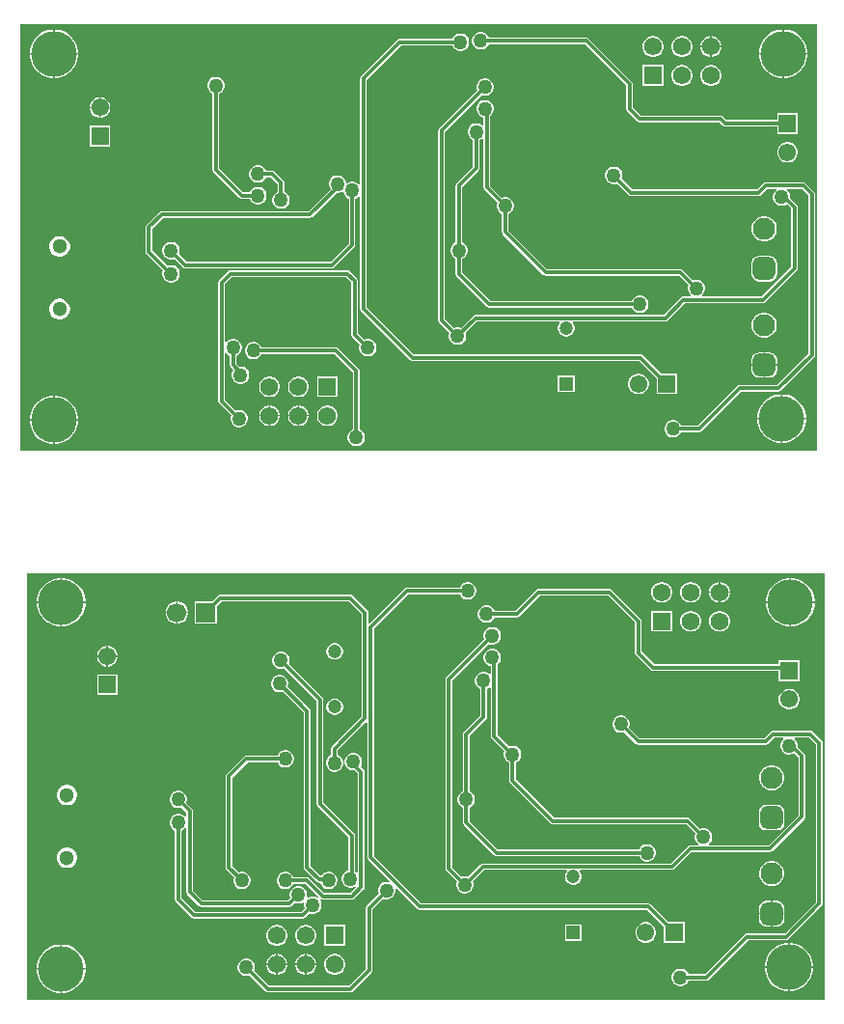
<source format=gbl>
G04*
G04 #@! TF.GenerationSoftware,Altium Limited,Altium Designer,23.10.1 (27)*
G04*
G04 Layer_Physical_Order=2*
G04 Layer_Color=16711680*
%FSLAX44Y44*%
%MOMM*%
G71*
G04*
G04 #@! TF.SameCoordinates,3B84DC82-68C0-41DF-859C-FDBE0299760B*
G04*
G04*
G04 #@! TF.FilePolarity,Positive*
G04*
G01*
G75*
%ADD23C,0.3200*%
%ADD25C,1.5700*%
%ADD26R,1.5700X1.5700*%
%ADD27R,1.7000X1.7000*%
%ADD28C,1.7000*%
%ADD29C,1.2000*%
%ADD30C,1.3000*%
%ADD31C,1.9500*%
G04:AMPARAMS|DCode=32|XSize=1.95mm|YSize=1.95mm|CornerRadius=0.4875mm|HoleSize=0mm|Usage=FLASHONLY|Rotation=90.000|XOffset=0mm|YOffset=0mm|HoleType=Round|Shape=RoundedRectangle|*
%AMROUNDEDRECTD32*
21,1,1.9500,0.9750,0,0,90.0*
21,1,0.9750,1.9500,0,0,90.0*
1,1,0.9750,0.4875,0.4875*
1,1,0.9750,0.4875,-0.4875*
1,1,0.9750,-0.4875,-0.4875*
1,1,0.9750,-0.4875,0.4875*
%
%ADD32ROUNDEDRECTD32*%
%ADD33R,1.5500X1.5500*%
%ADD34C,1.5500*%
%ADD35R,1.5500X1.5500*%
%ADD36R,1.2000X1.2000*%
%ADD37C,4.0000*%
%ADD38C,0.5500*%
%ADD39C,1.2700*%
G36*
X766311Y549409D02*
X66809D01*
Y923791D01*
X766311D01*
Y549409D01*
D02*
G37*
G36*
X772661Y68079D02*
X73159D01*
Y442461D01*
X772661D01*
Y68079D01*
D02*
G37*
%LPC*%
G36*
X674301Y913360D02*
X673735D01*
Y904875D01*
X682220D01*
Y905441D01*
X681599Y907760D01*
X680398Y909840D01*
X678700Y911538D01*
X676620Y912738D01*
X674301Y913360D01*
D02*
G37*
G36*
X672465D02*
X671899D01*
X669580Y912738D01*
X667500Y911538D01*
X665802Y909840D01*
X664602Y907760D01*
X663980Y905441D01*
Y904875D01*
X672465D01*
Y913360D01*
D02*
G37*
G36*
X454393Y915670D02*
X452387D01*
X450449Y915151D01*
X448711Y914147D01*
X447293Y912729D01*
X446289Y910991D01*
X446285Y910976D01*
X400050D01*
X398930Y910753D01*
X397981Y910119D01*
X366231Y878369D01*
X365597Y877420D01*
X365374Y876300D01*
Y783253D01*
X364926Y782978D01*
X364104Y782795D01*
X362885Y784014D01*
X361147Y785017D01*
X359209Y785536D01*
X357203D01*
X355265Y785017D01*
X354330Y784477D01*
X354059Y784502D01*
X352917Y785128D01*
X352541Y786531D01*
X351538Y788269D01*
X350119Y789688D01*
X348381Y790691D01*
X346443Y791210D01*
X344437D01*
X342499Y790691D01*
X340761Y789688D01*
X339342Y788269D01*
X338339Y786531D01*
X337820Y784593D01*
Y782587D01*
X338339Y780649D01*
X339277Y779025D01*
X320098Y759846D01*
X191047D01*
X189927Y759623D01*
X188978Y758989D01*
X177851Y747862D01*
X177216Y746913D01*
X176994Y745793D01*
Y724320D01*
X177216Y723200D01*
X177851Y722251D01*
X192297Y707805D01*
X192289Y707791D01*
X191770Y705853D01*
Y703847D01*
X192289Y701909D01*
X193293Y700171D01*
X194711Y698753D01*
X196449Y697749D01*
X198387Y697230D01*
X200393D01*
X202331Y697749D01*
X204069Y698753D01*
X205487Y700171D01*
X206491Y701909D01*
X207010Y703847D01*
Y705853D01*
X206491Y707791D01*
X205487Y709529D01*
X204069Y710947D01*
X202331Y711951D01*
X200393Y712470D01*
X198387D01*
X196449Y711951D01*
X196435Y711943D01*
X182846Y725532D01*
Y744581D01*
X192259Y753994D01*
X321310D01*
X322430Y754217D01*
X323379Y754851D01*
X344498Y775970D01*
X346443D01*
X348381Y776489D01*
X349316Y777029D01*
X349587Y777004D01*
X350729Y776378D01*
X351105Y774975D01*
X352108Y773237D01*
X353527Y771819D01*
X355265Y770816D01*
X355280Y770811D01*
Y731528D01*
X339148Y715396D01*
X213302D01*
X206483Y722215D01*
X206491Y722229D01*
X207010Y724167D01*
Y726173D01*
X206491Y728111D01*
X205487Y729849D01*
X204069Y731267D01*
X202331Y732271D01*
X200393Y732790D01*
X198387D01*
X196449Y732271D01*
X194711Y731267D01*
X193293Y729849D01*
X192289Y728111D01*
X191770Y726173D01*
Y724167D01*
X192289Y722229D01*
X193293Y720491D01*
X194711Y719072D01*
X196449Y718069D01*
X198387Y717550D01*
X200393D01*
X202331Y718069D01*
X202345Y718077D01*
X210021Y710401D01*
X210970Y709766D01*
X212090Y709544D01*
X340360D01*
X341480Y709766D01*
X342429Y710401D01*
X360275Y728247D01*
X360909Y729196D01*
X361132Y730316D01*
Y770811D01*
X361147Y770816D01*
X362885Y771819D01*
X364104Y773038D01*
X364926Y772855D01*
X365374Y772580D01*
Y674370D01*
X365597Y673250D01*
X366231Y672301D01*
X409411Y629121D01*
X410360Y628487D01*
X411480Y628264D01*
X610528D01*
X625580Y613212D01*
Y599310D01*
X643620D01*
Y617350D01*
X629718D01*
X613809Y633259D01*
X612860Y633894D01*
X611740Y634116D01*
X412692D01*
X371226Y675582D01*
Y875088D01*
X401262Y905124D01*
X446285D01*
X446289Y905109D01*
X447293Y903371D01*
X448711Y901953D01*
X450449Y900949D01*
X452387Y900430D01*
X454393D01*
X456331Y900949D01*
X458069Y901953D01*
X459487Y903371D01*
X460491Y905109D01*
X461010Y907047D01*
Y909053D01*
X460491Y910991D01*
X459487Y912729D01*
X458069Y914147D01*
X456331Y915151D01*
X454393Y915670D01*
D02*
G37*
G36*
X738695Y919160D02*
X737235D01*
Y898525D01*
X757870D01*
Y899985D01*
X757053Y904094D01*
X755449Y907965D01*
X753121Y911449D01*
X750159Y914411D01*
X746675Y916739D01*
X742804Y918343D01*
X738695Y919160D01*
D02*
G37*
G36*
X735965D02*
X734505D01*
X730396Y918343D01*
X726525Y916739D01*
X723041Y914411D01*
X720079Y911449D01*
X717751Y907965D01*
X716147Y904094D01*
X715330Y899985D01*
Y898525D01*
X735965D01*
Y919160D01*
D02*
G37*
G36*
X98615D02*
X97155D01*
Y898525D01*
X117790D01*
Y899985D01*
X116973Y904094D01*
X115369Y907965D01*
X113041Y911449D01*
X110079Y914411D01*
X106595Y916739D01*
X102724Y918343D01*
X98615Y919160D01*
D02*
G37*
G36*
X95885D02*
X94425D01*
X90316Y918343D01*
X86445Y916739D01*
X82961Y914411D01*
X79998Y911449D01*
X77671Y907965D01*
X76067Y904094D01*
X75250Y899985D01*
Y898525D01*
X95885D01*
Y919160D01*
D02*
G37*
G36*
X682220Y903605D02*
X673735D01*
Y895120D01*
X674301D01*
X676620Y895742D01*
X678700Y896942D01*
X680398Y898640D01*
X681599Y900720D01*
X682220Y903039D01*
Y903605D01*
D02*
G37*
G36*
X672465D02*
X663980D01*
Y903039D01*
X664602Y900720D01*
X665802Y898640D01*
X667500Y896942D01*
X669580Y895742D01*
X671899Y895120D01*
X672465D01*
Y903605D01*
D02*
G37*
G36*
X648901Y913360D02*
X646499D01*
X644180Y912738D01*
X642100Y911538D01*
X640402Y909840D01*
X639202Y907760D01*
X638580Y905441D01*
Y903039D01*
X639202Y900720D01*
X640402Y898640D01*
X642100Y896942D01*
X644180Y895742D01*
X646499Y895120D01*
X648901D01*
X651220Y895742D01*
X653300Y896942D01*
X654998Y898640D01*
X656199Y900720D01*
X656820Y903039D01*
Y905441D01*
X656199Y907760D01*
X654998Y909840D01*
X653300Y911538D01*
X651220Y912738D01*
X648901Y913360D01*
D02*
G37*
G36*
X623501D02*
X621099D01*
X618780Y912738D01*
X616700Y911538D01*
X615002Y909840D01*
X613801Y907760D01*
X613180Y905441D01*
Y903039D01*
X613801Y900720D01*
X615002Y898640D01*
X616700Y896942D01*
X618780Y895742D01*
X621099Y895120D01*
X623501D01*
X625820Y895742D01*
X627900Y896942D01*
X629598Y898640D01*
X630798Y900720D01*
X631420Y903039D01*
Y905441D01*
X630798Y907760D01*
X629598Y909840D01*
X627900Y911538D01*
X625820Y912738D01*
X623501Y913360D01*
D02*
G37*
G36*
X757870Y897255D02*
X737235D01*
Y876620D01*
X738695D01*
X742804Y877437D01*
X746675Y879041D01*
X750159Y881368D01*
X753121Y884331D01*
X755449Y887815D01*
X757053Y891686D01*
X757870Y895795D01*
Y897255D01*
D02*
G37*
G36*
X735965D02*
X715330D01*
Y895795D01*
X716147Y891686D01*
X717751Y887815D01*
X720079Y884331D01*
X723041Y881368D01*
X726525Y879041D01*
X730396Y877437D01*
X734505Y876620D01*
X735965D01*
Y897255D01*
D02*
G37*
G36*
X117790D02*
X97155D01*
Y876620D01*
X98615D01*
X102724Y877437D01*
X106595Y879041D01*
X110079Y881368D01*
X113041Y884331D01*
X115369Y887815D01*
X116973Y891686D01*
X117790Y895795D01*
Y897255D01*
D02*
G37*
G36*
X95885D02*
X75250D01*
Y895795D01*
X76067Y891686D01*
X77671Y887815D01*
X79998Y884331D01*
X82961Y881368D01*
X86445Y879041D01*
X90316Y877437D01*
X94425Y876620D01*
X95885D01*
Y897255D01*
D02*
G37*
G36*
X674301Y887960D02*
X671899D01*
X669580Y887338D01*
X667500Y886138D01*
X665802Y884440D01*
X664602Y882360D01*
X663980Y880041D01*
Y877639D01*
X664602Y875320D01*
X665802Y873240D01*
X667500Y871542D01*
X669580Y870341D01*
X671899Y869720D01*
X674301D01*
X676620Y870341D01*
X678700Y871542D01*
X680398Y873240D01*
X681599Y875320D01*
X682220Y877639D01*
Y880041D01*
X681599Y882360D01*
X680398Y884440D01*
X678700Y886138D01*
X676620Y887338D01*
X674301Y887960D01*
D02*
G37*
G36*
X648901D02*
X646499D01*
X644180Y887338D01*
X642100Y886138D01*
X640402Y884440D01*
X639202Y882360D01*
X638580Y880041D01*
Y877639D01*
X639202Y875320D01*
X640402Y873240D01*
X642100Y871542D01*
X644180Y870341D01*
X646499Y869720D01*
X648901D01*
X651220Y870341D01*
X653300Y871542D01*
X654998Y873240D01*
X656199Y875320D01*
X656820Y877639D01*
Y880041D01*
X656199Y882360D01*
X654998Y884440D01*
X653300Y886138D01*
X651220Y887338D01*
X648901Y887960D01*
D02*
G37*
G36*
X631420D02*
X613180D01*
Y869720D01*
X631420D01*
Y887960D01*
D02*
G37*
G36*
X475983Y876300D02*
X473977D01*
X472039Y875781D01*
X470301Y874778D01*
X468882Y873359D01*
X467879Y871621D01*
X467360Y869683D01*
Y867677D01*
X467879Y865739D01*
X467887Y865725D01*
X434811Y832649D01*
X434176Y831700D01*
X433954Y830580D01*
Y664210D01*
X434176Y663090D01*
X434811Y662141D01*
X443757Y653195D01*
X443749Y653181D01*
X443230Y651243D01*
Y649237D01*
X443749Y647299D01*
X444753Y645561D01*
X446171Y644143D01*
X447909Y643139D01*
X449847Y642620D01*
X451853D01*
X453791Y643139D01*
X455529Y644143D01*
X456948Y645561D01*
X457951Y647299D01*
X458470Y649237D01*
Y651243D01*
X457951Y653181D01*
X457943Y653195D01*
X467822Y663074D01*
X539966D01*
X540493Y661804D01*
X540283Y661594D01*
X539325Y659936D01*
X538830Y658087D01*
Y656173D01*
X539325Y654324D01*
X540283Y652666D01*
X541636Y651313D01*
X543294Y650355D01*
X545143Y649860D01*
X547057D01*
X548906Y650355D01*
X550564Y651313D01*
X551917Y652666D01*
X552875Y654324D01*
X553370Y656173D01*
Y658087D01*
X552875Y659936D01*
X551917Y661594D01*
X551707Y661804D01*
X552234Y663074D01*
X632980D01*
X634100Y663297D01*
X635049Y663931D01*
X650182Y679064D01*
X718820D01*
X719940Y679287D01*
X720889Y679921D01*
X748829Y707861D01*
X749464Y708810D01*
X749686Y709930D01*
Y763301D01*
X749464Y764420D01*
X748829Y765370D01*
X742950Y771249D01*
Y773163D01*
X742431Y775101D01*
X741428Y776839D01*
X740143Y778124D01*
X740227Y778691D01*
X740581Y779394D01*
X753168D01*
X759074Y773488D01*
Y634942D01*
X731578Y607446D01*
X698500D01*
X697380Y607224D01*
X696431Y606589D01*
X661728Y571886D01*
X647185D01*
X647181Y571901D01*
X646178Y573639D01*
X644759Y575057D01*
X643021Y576061D01*
X641083Y576580D01*
X639077D01*
X637139Y576061D01*
X635401Y575057D01*
X633983Y573639D01*
X632979Y571901D01*
X632460Y569963D01*
Y567957D01*
X632979Y566019D01*
X633983Y564281D01*
X635401Y562863D01*
X637139Y561859D01*
X639077Y561340D01*
X641083D01*
X643021Y561859D01*
X644759Y562863D01*
X646178Y564281D01*
X647181Y566019D01*
X647185Y566034D01*
X662940D01*
X664060Y566256D01*
X665009Y566891D01*
X699712Y601594D01*
X732790D01*
X733910Y601816D01*
X734859Y602451D01*
X764069Y631661D01*
X764704Y632610D01*
X764926Y633730D01*
Y774700D01*
X764704Y775820D01*
X764069Y776769D01*
X756449Y784389D01*
X755500Y785023D01*
X754380Y785246D01*
X721360D01*
X720240Y785023D01*
X719291Y784389D01*
X713798Y778896D01*
X604462D01*
X595103Y788255D01*
X595111Y788269D01*
X595630Y790207D01*
Y792213D01*
X595111Y794151D01*
X594108Y795889D01*
X592689Y797308D01*
X590951Y798311D01*
X589013Y798830D01*
X587007D01*
X585069Y798311D01*
X583331Y797308D01*
X581912Y795889D01*
X580909Y794151D01*
X580390Y792213D01*
Y790207D01*
X580909Y788269D01*
X581912Y786531D01*
X583331Y785113D01*
X585069Y784109D01*
X587007Y783590D01*
X589013D01*
X590951Y784109D01*
X590965Y784117D01*
X601181Y773901D01*
X602130Y773267D01*
X603250Y773044D01*
X715010D01*
X716130Y773267D01*
X717079Y773901D01*
X722572Y779394D01*
X730079D01*
X730433Y778691D01*
X730517Y778124D01*
X729232Y776839D01*
X728229Y775101D01*
X727710Y773163D01*
Y771157D01*
X728229Y769219D01*
X729232Y767481D01*
X730651Y766062D01*
X732389Y765059D01*
X734327Y764540D01*
X736333D01*
X738271Y765059D01*
X739914Y766008D01*
X743834Y762089D01*
Y711142D01*
X717608Y684916D01*
X665651D01*
X665297Y685619D01*
X665213Y686186D01*
X666497Y687471D01*
X667501Y689209D01*
X668020Y691147D01*
Y693153D01*
X667501Y695091D01*
X666497Y696829D01*
X665079Y698248D01*
X663341Y699251D01*
X661403Y699770D01*
X659397D01*
X657459Y699251D01*
X657445Y699243D01*
X648499Y708189D01*
X647550Y708823D01*
X646430Y709046D01*
X529532D01*
X495686Y742892D01*
Y757435D01*
X495701Y757439D01*
X497439Y758443D01*
X498857Y759861D01*
X499861Y761599D01*
X500380Y763537D01*
Y765543D01*
X499861Y767481D01*
X498857Y769219D01*
X497439Y770638D01*
X495701Y771641D01*
X493763Y772160D01*
X491757D01*
X489819Y771641D01*
X489805Y771633D01*
X479506Y781932D01*
Y843444D01*
X479659Y843532D01*
X481077Y844951D01*
X482081Y846689D01*
X482600Y848627D01*
Y850633D01*
X482081Y852571D01*
X481077Y854309D01*
X479659Y855727D01*
X477921Y856731D01*
X475983Y857250D01*
X473977D01*
X472039Y856731D01*
X470301Y855727D01*
X468882Y854309D01*
X467879Y852571D01*
X467360Y850633D01*
Y848627D01*
X467879Y846689D01*
X468882Y844951D01*
X470301Y843532D01*
X472039Y842529D01*
X473654Y842097D01*
Y835589D01*
X472384Y835063D01*
X472039Y835407D01*
X470301Y836411D01*
X468363Y836930D01*
X466357D01*
X464419Y836411D01*
X462681Y835407D01*
X461263Y833989D01*
X460259Y832251D01*
X459740Y830313D01*
Y828307D01*
X460259Y826369D01*
X461263Y824631D01*
X462681Y823213D01*
X464419Y822209D01*
X464434Y822205D01*
Y798772D01*
X450051Y784389D01*
X449417Y783440D01*
X449194Y782320D01*
Y732275D01*
X449179Y732271D01*
X447441Y731267D01*
X446022Y729849D01*
X445019Y728111D01*
X444500Y726173D01*
Y724167D01*
X445019Y722229D01*
X446022Y720491D01*
X447441Y719072D01*
X449179Y718069D01*
X449194Y718065D01*
Y704850D01*
X449417Y703730D01*
X450051Y702781D01*
X476721Y676111D01*
X477670Y675477D01*
X478790Y675254D01*
X603765D01*
X603769Y675239D01*
X604772Y673501D01*
X606191Y672083D01*
X607929Y671079D01*
X609867Y670560D01*
X611873D01*
X613811Y671079D01*
X615549Y672083D01*
X616968Y673501D01*
X617971Y675239D01*
X618490Y677177D01*
Y679183D01*
X617971Y681121D01*
X616968Y682859D01*
X615549Y684277D01*
X613811Y685281D01*
X611873Y685800D01*
X609867D01*
X607929Y685281D01*
X606191Y684277D01*
X604772Y682859D01*
X603769Y681121D01*
X603765Y681106D01*
X480002D01*
X455046Y706062D01*
Y718065D01*
X455061Y718069D01*
X456799Y719072D01*
X458218Y720491D01*
X459221Y722229D01*
X459740Y724167D01*
Y726173D01*
X459221Y728111D01*
X458218Y729849D01*
X456799Y731267D01*
X455061Y732271D01*
X455046Y732275D01*
Y781108D01*
X469429Y795491D01*
X470064Y796440D01*
X470286Y797560D01*
Y822205D01*
X470301Y822209D01*
X472039Y823213D01*
X472384Y823557D01*
X473654Y823031D01*
Y780720D01*
X473876Y779600D01*
X474511Y778651D01*
X485667Y767495D01*
X485659Y767481D01*
X485140Y765543D01*
Y763537D01*
X485659Y761599D01*
X486662Y759861D01*
X488081Y758443D01*
X489819Y757439D01*
X489834Y757435D01*
Y741680D01*
X490056Y740560D01*
X490691Y739611D01*
X526251Y704051D01*
X527200Y703417D01*
X528320Y703194D01*
X645218D01*
X653307Y695105D01*
X653299Y695091D01*
X652780Y693153D01*
Y691147D01*
X653299Y689209D01*
X654303Y687471D01*
X655587Y686186D01*
X655503Y685619D01*
X655149Y684916D01*
X648970D01*
X647850Y684694D01*
X646901Y684059D01*
X631768Y668926D01*
X466610D01*
X465490Y668704D01*
X464541Y668069D01*
X453805Y657333D01*
X453791Y657341D01*
X451853Y657860D01*
X449847D01*
X447909Y657341D01*
X447895Y657333D01*
X439806Y665422D01*
Y829368D01*
X472025Y861587D01*
X472039Y861579D01*
X473977Y861060D01*
X475983D01*
X477921Y861579D01*
X479659Y862582D01*
X481077Y864001D01*
X482081Y865739D01*
X482600Y867677D01*
Y869683D01*
X482081Y871621D01*
X481077Y873359D01*
X479659Y874778D01*
X477921Y875781D01*
X475983Y876300D01*
D02*
G37*
G36*
X138177Y859720D02*
X137625D01*
Y851335D01*
X146010D01*
Y851888D01*
X145395Y854182D01*
X144208Y856238D01*
X142528Y857918D01*
X140472Y859105D01*
X138177Y859720D01*
D02*
G37*
G36*
X136355D02*
X135802D01*
X133508Y859105D01*
X131452Y857918D01*
X129772Y856238D01*
X128585Y854182D01*
X127970Y851888D01*
Y851335D01*
X136355D01*
Y859720D01*
D02*
G37*
G36*
X146010Y850065D02*
X137625D01*
Y841680D01*
X138177D01*
X140472Y842295D01*
X142528Y843482D01*
X144208Y845162D01*
X145395Y847218D01*
X146010Y849512D01*
Y850065D01*
D02*
G37*
G36*
X136355D02*
X127970D01*
Y849512D01*
X128585Y847218D01*
X129772Y845162D01*
X131452Y843482D01*
X133508Y842295D01*
X135802Y841680D01*
X136355D01*
Y850065D01*
D02*
G37*
G36*
X472173Y916940D02*
X470167D01*
X468229Y916421D01*
X466491Y915417D01*
X465073Y913999D01*
X464069Y912261D01*
X463550Y910323D01*
Y908317D01*
X464069Y906379D01*
X465073Y904641D01*
X466491Y903223D01*
X468229Y902219D01*
X470167Y901700D01*
X472173D01*
X474111Y902219D01*
X475849Y903223D01*
X477267Y904641D01*
X478271Y906379D01*
X478275Y906394D01*
X562668D01*
X599054Y870008D01*
Y849630D01*
X599277Y848510D01*
X599911Y847561D01*
X608801Y838671D01*
X609750Y838036D01*
X610870Y837814D01*
X680778D01*
X683731Y834861D01*
X684680Y834227D01*
X685800Y834004D01*
X731390D01*
Y827510D01*
X749430D01*
Y845550D01*
X731390D01*
Y839856D01*
X687012D01*
X684059Y842809D01*
X683110Y843444D01*
X681990Y843666D01*
X612082D01*
X604906Y850842D01*
Y871220D01*
X604683Y872340D01*
X604049Y873289D01*
X565949Y911389D01*
X565000Y912023D01*
X563880Y912246D01*
X478275D01*
X478271Y912261D01*
X477267Y913999D01*
X475849Y915417D01*
X474111Y916421D01*
X472173Y916940D01*
D02*
G37*
G36*
X146010Y834720D02*
X127970D01*
Y816680D01*
X146010D01*
Y834720D01*
D02*
G37*
G36*
X741598Y820550D02*
X739222D01*
X736928Y819935D01*
X734872Y818748D01*
X733192Y817068D01*
X732005Y815012D01*
X731390Y812718D01*
Y810342D01*
X732005Y808048D01*
X733192Y805992D01*
X734872Y804312D01*
X736928Y803125D01*
X739222Y802510D01*
X741598D01*
X743892Y803125D01*
X745948Y804312D01*
X747628Y805992D01*
X748815Y808048D01*
X749430Y810342D01*
Y812718D01*
X748815Y815012D01*
X747628Y817068D01*
X745948Y818748D01*
X743892Y819935D01*
X741598Y820550D01*
D02*
G37*
G36*
X239763Y877570D02*
X237757D01*
X235819Y877051D01*
X234081Y876048D01*
X232663Y874629D01*
X231659Y872891D01*
X231140Y870953D01*
Y868947D01*
X231659Y867009D01*
X232663Y865271D01*
X234081Y863852D01*
X235819Y862849D01*
X235834Y862845D01*
Y796290D01*
X236056Y795170D01*
X236691Y794221D01*
X259551Y771361D01*
X260500Y770726D01*
X261620Y770504D01*
X268485D01*
X268489Y770489D01*
X269492Y768751D01*
X270911Y767333D01*
X272649Y766329D01*
X274587Y765810D01*
X276593D01*
X278531Y766329D01*
X280269Y767333D01*
X281688Y768751D01*
X282691Y770489D01*
X283210Y772427D01*
Y774433D01*
X282691Y776371D01*
X281688Y778109D01*
X280269Y779528D01*
X278531Y780531D01*
X276593Y781050D01*
X274587D01*
X272649Y780531D01*
X270911Y779528D01*
X269492Y778109D01*
X268489Y776371D01*
X268485Y776356D01*
X262832D01*
X241686Y797502D01*
Y862845D01*
X241701Y862849D01*
X243439Y863852D01*
X244858Y865271D01*
X245861Y867009D01*
X246380Y868947D01*
Y870953D01*
X245861Y872891D01*
X244858Y874629D01*
X243439Y876048D01*
X241701Y877051D01*
X239763Y877570D01*
D02*
G37*
G36*
X276593Y800100D02*
X274587D01*
X272649Y799581D01*
X270911Y798577D01*
X269492Y797159D01*
X268489Y795421D01*
X267970Y793483D01*
Y791477D01*
X268489Y789539D01*
X269492Y787801D01*
X270911Y786383D01*
X272649Y785379D01*
X274587Y784860D01*
X276593D01*
X278531Y785379D01*
X280269Y786383D01*
X281688Y787801D01*
X282691Y789539D01*
X282695Y789554D01*
X287078D01*
X292984Y783648D01*
Y776725D01*
X292969Y776721D01*
X291231Y775717D01*
X289813Y774299D01*
X288809Y772561D01*
X288290Y770623D01*
Y768617D01*
X288809Y766679D01*
X289813Y764941D01*
X291231Y763522D01*
X292969Y762519D01*
X294907Y762000D01*
X296913D01*
X298851Y762519D01*
X300589Y763522D01*
X302008Y764941D01*
X303011Y766679D01*
X303530Y768617D01*
Y770623D01*
X303011Y772561D01*
X302008Y774299D01*
X300589Y775717D01*
X298851Y776721D01*
X298836Y776725D01*
Y784860D01*
X298613Y785980D01*
X297979Y786929D01*
X290359Y794549D01*
X289410Y795183D01*
X288290Y795406D01*
X282695D01*
X282691Y795421D01*
X281688Y797159D01*
X280269Y798577D01*
X278531Y799581D01*
X276593Y800100D01*
D02*
G37*
G36*
X721541Y755240D02*
X718639D01*
X715836Y754489D01*
X713324Y753038D01*
X711272Y750986D01*
X709821Y748474D01*
X709070Y745671D01*
Y742769D01*
X709821Y739966D01*
X711272Y737454D01*
X713324Y735402D01*
X715836Y733951D01*
X718639Y733200D01*
X721541D01*
X724344Y733951D01*
X726856Y735402D01*
X728908Y737454D01*
X730359Y739966D01*
X731110Y742769D01*
Y745671D01*
X730359Y748474D01*
X728908Y750986D01*
X726856Y753038D01*
X724344Y754489D01*
X721541Y755240D01*
D02*
G37*
G36*
X102785Y737980D02*
X100415D01*
X98126Y737367D01*
X96074Y736182D01*
X94398Y734506D01*
X93213Y732454D01*
X92600Y730165D01*
Y727795D01*
X93213Y725506D01*
X94398Y723454D01*
X96074Y721778D01*
X98126Y720593D01*
X100415Y719980D01*
X102785D01*
X105074Y720593D01*
X107126Y721778D01*
X108802Y723454D01*
X109987Y725506D01*
X110600Y727795D01*
Y730165D01*
X109987Y732454D01*
X108802Y734506D01*
X107126Y736182D01*
X105074Y737367D01*
X102785Y737980D01*
D02*
G37*
G36*
X724965Y720360D02*
X715215D01*
X712817Y719883D01*
X710785Y718525D01*
X709426Y716493D01*
X708950Y714095D01*
Y704345D01*
X709426Y701947D01*
X710785Y699915D01*
X712817Y698557D01*
X715215Y698080D01*
X724965D01*
X727363Y698557D01*
X729395Y699915D01*
X730753Y701947D01*
X731230Y704345D01*
Y714095D01*
X730753Y716493D01*
X729395Y718525D01*
X727363Y719883D01*
X724965Y720360D01*
D02*
G37*
G36*
X102785Y682980D02*
X100415D01*
X98126Y682367D01*
X96074Y681182D01*
X94398Y679506D01*
X93213Y677454D01*
X92600Y675165D01*
Y672795D01*
X93213Y670506D01*
X94398Y668454D01*
X96074Y666778D01*
X98126Y665593D01*
X100415Y664980D01*
X102785D01*
X105074Y665593D01*
X107126Y666778D01*
X108802Y668454D01*
X109987Y670506D01*
X110600Y672795D01*
Y675165D01*
X109987Y677454D01*
X108802Y679506D01*
X107126Y681182D01*
X105074Y682367D01*
X102785Y682980D01*
D02*
G37*
G36*
X721541Y670860D02*
X718639D01*
X715836Y670109D01*
X713324Y668658D01*
X711272Y666606D01*
X709821Y664093D01*
X709070Y661291D01*
Y658389D01*
X709821Y655586D01*
X711272Y653074D01*
X713324Y651022D01*
X715836Y649571D01*
X718639Y648820D01*
X721541D01*
X724344Y649571D01*
X726856Y651022D01*
X728908Y653074D01*
X730359Y655586D01*
X731110Y658389D01*
Y661291D01*
X730359Y664093D01*
X728908Y666606D01*
X726856Y668658D01*
X724344Y670109D01*
X721541Y670860D01*
D02*
G37*
G36*
X354330Y707776D02*
X251460D01*
X250340Y707553D01*
X249391Y706919D01*
X241771Y699299D01*
X241136Y698350D01*
X240914Y697230D01*
Y593090D01*
X241136Y591970D01*
X241771Y591021D01*
X251987Y580805D01*
X251979Y580791D01*
X251460Y578853D01*
Y576847D01*
X251979Y574909D01*
X252983Y573171D01*
X254401Y571753D01*
X256139Y570749D01*
X258077Y570230D01*
X260083D01*
X262021Y570749D01*
X263759Y571753D01*
X265177Y573171D01*
X266181Y574909D01*
X266700Y576847D01*
Y578853D01*
X266181Y580791D01*
X265177Y582529D01*
X263759Y583947D01*
X262021Y584951D01*
X260083Y585470D01*
X258077D01*
X256139Y584951D01*
X256125Y584943D01*
X246766Y594302D01*
Y634829D01*
X247469Y635183D01*
X248036Y635267D01*
X249321Y633983D01*
X251059Y632979D01*
X251074Y632975D01*
Y624871D01*
X251297Y623751D01*
X251931Y622802D01*
X254198Y620534D01*
X253249Y618891D01*
X252730Y616953D01*
Y614947D01*
X253249Y613009D01*
X254252Y611271D01*
X255671Y609852D01*
X257409Y608849D01*
X259347Y608330D01*
X261353D01*
X263291Y608849D01*
X265029Y609852D01*
X266448Y611271D01*
X267451Y613009D01*
X267970Y614947D01*
Y616953D01*
X267451Y618891D01*
X266448Y620629D01*
X265029Y622048D01*
X263291Y623051D01*
X261353Y623570D01*
X259439D01*
X256926Y626083D01*
Y632975D01*
X256941Y632979D01*
X258679Y633983D01*
X260098Y635401D01*
X261101Y637139D01*
X261620Y639077D01*
Y641083D01*
X261101Y643021D01*
X260098Y644759D01*
X258679Y646178D01*
X256941Y647181D01*
X255003Y647700D01*
X252997D01*
X251059Y647181D01*
X249321Y646178D01*
X248036Y644893D01*
X247469Y644977D01*
X246766Y645331D01*
Y696018D01*
X252672Y701924D01*
X353118D01*
X357754Y697288D01*
Y651510D01*
X357976Y650390D01*
X358611Y649441D01*
X365017Y643035D01*
X365009Y643021D01*
X364490Y641083D01*
Y639077D01*
X365009Y637139D01*
X366012Y635401D01*
X367431Y633983D01*
X369169Y632979D01*
X371107Y632460D01*
X373113D01*
X375051Y632979D01*
X376789Y633983D01*
X378208Y635401D01*
X379211Y637139D01*
X379730Y639077D01*
Y641083D01*
X379211Y643021D01*
X378208Y644759D01*
X376789Y646178D01*
X375051Y647181D01*
X373113Y647700D01*
X371107D01*
X369169Y647181D01*
X369155Y647173D01*
X363606Y652722D01*
Y698500D01*
X363383Y699620D01*
X362749Y700569D01*
X356399Y706919D01*
X355450Y707553D01*
X354330Y707776D01*
D02*
G37*
G36*
X724965Y635980D02*
X720725D01*
Y625475D01*
X731230D01*
Y629715D01*
X730753Y632113D01*
X729395Y634145D01*
X727363Y635504D01*
X724965Y635980D01*
D02*
G37*
G36*
X719455D02*
X715215D01*
X712817Y635504D01*
X710785Y634145D01*
X709426Y632113D01*
X708950Y629715D01*
Y625475D01*
X719455D01*
Y635980D01*
D02*
G37*
G36*
X731230Y624205D02*
X720725D01*
Y613700D01*
X724965D01*
X727363Y614176D01*
X729395Y615535D01*
X730753Y617567D01*
X731230Y619965D01*
Y624205D01*
D02*
G37*
G36*
X719455D02*
X708950D01*
Y619965D01*
X709426Y617567D01*
X710785Y615535D01*
X712817Y614176D01*
X715215Y613700D01*
X719455D01*
Y624205D01*
D02*
G37*
G36*
X553370Y615600D02*
X538830D01*
Y601060D01*
X553370D01*
Y615600D01*
D02*
G37*
G36*
X610788Y617350D02*
X608413D01*
X606118Y616735D01*
X604062Y615548D01*
X602382Y613868D01*
X601195Y611812D01*
X600580Y609518D01*
Y607142D01*
X601195Y604848D01*
X602382Y602792D01*
X604062Y601112D01*
X606118Y599925D01*
X608413Y599310D01*
X610788D01*
X613082Y599925D01*
X615138Y601112D01*
X616818Y602792D01*
X618005Y604848D01*
X618620Y607142D01*
Y609518D01*
X618005Y611812D01*
X616818Y613868D01*
X615138Y615548D01*
X613082Y616735D01*
X610788Y617350D01*
D02*
G37*
G36*
X345670Y614910D02*
X327430D01*
Y596670D01*
X345670D01*
Y614910D01*
D02*
G37*
G36*
X312351D02*
X309949D01*
X307630Y614288D01*
X305550Y613088D01*
X303852Y611390D01*
X302652Y609310D01*
X302030Y606991D01*
Y604589D01*
X302652Y602270D01*
X303852Y600190D01*
X305550Y598492D01*
X307630Y597291D01*
X309949Y596670D01*
X312351D01*
X314670Y597291D01*
X316750Y598492D01*
X318448Y600190D01*
X319648Y602270D01*
X320270Y604589D01*
Y606991D01*
X319648Y609310D01*
X318448Y611390D01*
X316750Y613088D01*
X314670Y614288D01*
X312351Y614910D01*
D02*
G37*
G36*
X286951D02*
X284549D01*
X282230Y614288D01*
X280150Y613088D01*
X278452Y611390D01*
X277251Y609310D01*
X276630Y606991D01*
Y604589D01*
X277251Y602270D01*
X278452Y600190D01*
X280150Y598492D01*
X282230Y597291D01*
X284549Y596670D01*
X286951D01*
X289270Y597291D01*
X291350Y598492D01*
X293048Y600190D01*
X294249Y602270D01*
X294870Y604589D01*
Y606991D01*
X294249Y609310D01*
X293048Y611390D01*
X291350Y613088D01*
X289270Y614288D01*
X286951Y614910D01*
D02*
G37*
G36*
X312351Y589510D02*
X311785D01*
Y581025D01*
X320270D01*
Y581591D01*
X319648Y583910D01*
X318448Y585990D01*
X316750Y587688D01*
X314670Y588889D01*
X312351Y589510D01*
D02*
G37*
G36*
X286951D02*
X286385D01*
Y581025D01*
X294870D01*
Y581591D01*
X294249Y583910D01*
X293048Y585990D01*
X291350Y587688D01*
X289270Y588889D01*
X286951Y589510D01*
D02*
G37*
G36*
X310515D02*
X309949D01*
X307630Y588889D01*
X305550Y587688D01*
X303852Y585990D01*
X302652Y583910D01*
X302030Y581591D01*
Y581025D01*
X310515D01*
Y589510D01*
D02*
G37*
G36*
X285115D02*
X284549D01*
X282230Y588889D01*
X280150Y587688D01*
X278452Y585990D01*
X277251Y583910D01*
X276630Y581591D01*
Y581025D01*
X285115D01*
Y589510D01*
D02*
G37*
G36*
X737425Y599120D02*
X735965D01*
Y578485D01*
X756600D01*
Y579945D01*
X755783Y584054D01*
X754179Y587925D01*
X751852Y591409D01*
X748889Y594371D01*
X745405Y596699D01*
X741534Y598303D01*
X737425Y599120D01*
D02*
G37*
G36*
X734695D02*
X733235D01*
X729126Y598303D01*
X725255Y596699D01*
X721771Y594371D01*
X718809Y591409D01*
X716481Y587925D01*
X714877Y584054D01*
X714060Y579945D01*
Y578485D01*
X734695D01*
Y599120D01*
D02*
G37*
G36*
X98615Y597850D02*
X97155D01*
Y577215D01*
X117790D01*
Y578675D01*
X116973Y582784D01*
X115369Y586655D01*
X113041Y590139D01*
X110079Y593102D01*
X106595Y595429D01*
X102724Y597033D01*
X98615Y597850D01*
D02*
G37*
G36*
X95885D02*
X94425D01*
X90316Y597033D01*
X86445Y595429D01*
X82961Y593102D01*
X79998Y590139D01*
X77671Y586655D01*
X76067Y582784D01*
X75250Y578675D01*
Y577215D01*
X95885D01*
Y597850D01*
D02*
G37*
G36*
X337751Y589510D02*
X335349D01*
X333030Y588889D01*
X330950Y587688D01*
X329252Y585990D01*
X328051Y583910D01*
X327430Y581591D01*
Y579189D01*
X328051Y576870D01*
X329252Y574790D01*
X330950Y573092D01*
X333030Y571892D01*
X335349Y571270D01*
X337751D01*
X340070Y571892D01*
X342150Y573092D01*
X343848Y574790D01*
X345048Y576870D01*
X345670Y579189D01*
Y581591D01*
X345048Y583910D01*
X343848Y585990D01*
X342150Y587688D01*
X340070Y588889D01*
X337751Y589510D01*
D02*
G37*
G36*
X320270Y579755D02*
X311785D01*
Y571270D01*
X312351D01*
X314670Y571892D01*
X316750Y573092D01*
X318448Y574790D01*
X319648Y576870D01*
X320270Y579189D01*
Y579755D01*
D02*
G37*
G36*
X310515D02*
X302030D01*
Y579189D01*
X302652Y576870D01*
X303852Y574790D01*
X305550Y573092D01*
X307630Y571892D01*
X309949Y571270D01*
X310515D01*
Y579755D01*
D02*
G37*
G36*
X294870D02*
X286385D01*
Y571270D01*
X286951D01*
X289270Y571892D01*
X291350Y573092D01*
X293048Y574790D01*
X294249Y576870D01*
X294870Y579189D01*
Y579755D01*
D02*
G37*
G36*
X285115D02*
X276630D01*
Y579189D01*
X277251Y576870D01*
X278452Y574790D01*
X280150Y573092D01*
X282230Y571892D01*
X284549Y571270D01*
X285115D01*
Y579755D01*
D02*
G37*
G36*
X756600Y577215D02*
X735965D01*
Y556580D01*
X737425D01*
X741534Y557397D01*
X745405Y559001D01*
X748889Y561329D01*
X751852Y564291D01*
X754179Y567775D01*
X755783Y571646D01*
X756600Y575755D01*
Y577215D01*
D02*
G37*
G36*
X734695D02*
X714060D01*
Y575755D01*
X714877Y571646D01*
X716481Y567775D01*
X718809Y564291D01*
X721771Y561329D01*
X725255Y559001D01*
X729126Y557397D01*
X733235Y556580D01*
X734695D01*
Y577215D01*
D02*
G37*
G36*
X117790Y575945D02*
X97155D01*
Y555310D01*
X98615D01*
X102724Y556127D01*
X106595Y557731D01*
X110079Y560059D01*
X113041Y563021D01*
X115369Y566505D01*
X116973Y570376D01*
X117790Y574485D01*
Y575945D01*
D02*
G37*
G36*
X95885D02*
X75250D01*
Y574485D01*
X76067Y570376D01*
X77671Y566505D01*
X79998Y563021D01*
X82961Y560059D01*
X86445Y557731D01*
X90316Y556127D01*
X94425Y555310D01*
X95885D01*
Y575945D01*
D02*
G37*
G36*
X272783Y645160D02*
X270777D01*
X268839Y644641D01*
X267101Y643637D01*
X265683Y642219D01*
X264679Y640481D01*
X264160Y638543D01*
Y636537D01*
X264679Y634599D01*
X265683Y632861D01*
X267101Y631442D01*
X268839Y630439D01*
X270777Y629920D01*
X272783D01*
X274721Y630439D01*
X276459Y631442D01*
X277878Y632861D01*
X278881Y634599D01*
X278885Y634614D01*
X342958D01*
X359024Y618548D01*
Y568445D01*
X359009Y568441D01*
X357271Y567438D01*
X355853Y566019D01*
X354849Y564281D01*
X354330Y562343D01*
Y560337D01*
X354849Y558399D01*
X355853Y556661D01*
X357271Y555243D01*
X359009Y554239D01*
X360947Y553720D01*
X362953D01*
X364891Y554239D01*
X366629Y555243D01*
X368047Y556661D01*
X369051Y558399D01*
X369570Y560337D01*
Y562343D01*
X369051Y564281D01*
X368047Y566019D01*
X366629Y567438D01*
X364891Y568441D01*
X364876Y568445D01*
Y619760D01*
X364654Y620880D01*
X364019Y621829D01*
X346239Y639609D01*
X345290Y640244D01*
X344170Y640466D01*
X278885D01*
X278881Y640481D01*
X277878Y642219D01*
X276459Y643637D01*
X274721Y644641D01*
X272783Y645160D01*
D02*
G37*
G36*
X681921Y434570D02*
X681355D01*
Y426085D01*
X689840D01*
Y426651D01*
X689219Y428970D01*
X688018Y431050D01*
X686320Y432748D01*
X684240Y433949D01*
X681921Y434570D01*
D02*
G37*
G36*
X680085D02*
X679519D01*
X677200Y433949D01*
X675120Y432748D01*
X673422Y431050D01*
X672222Y428970D01*
X671600Y426651D01*
Y426085D01*
X680085D01*
Y434570D01*
D02*
G37*
G36*
X460743Y434340D02*
X458737D01*
X456799Y433821D01*
X455061Y432817D01*
X453643Y431399D01*
X452639Y429661D01*
X452635Y429646D01*
X406400D01*
X405280Y429423D01*
X404331Y428789D01*
X373766Y398225D01*
X372496Y398751D01*
Y407670D01*
X372273Y408790D01*
X371639Y409739D01*
X358939Y422439D01*
X357990Y423074D01*
X356870Y423296D01*
X242570D01*
X241450Y423074D01*
X240501Y422439D01*
X235502Y417440D01*
X220100D01*
Y397900D01*
X239640D01*
Y413302D01*
X243782Y417444D01*
X355658D01*
X366644Y406458D01*
Y316172D01*
X340831Y290359D01*
X340196Y289410D01*
X339974Y288290D01*
Y282695D01*
X339959Y282691D01*
X338221Y281688D01*
X336802Y280269D01*
X335799Y278531D01*
X335280Y276593D01*
Y274587D01*
X335799Y272649D01*
X336802Y270911D01*
X338221Y269492D01*
X339959Y268489D01*
X341897Y267970D01*
X343903D01*
X345841Y268489D01*
X347579Y269492D01*
X348997Y270911D01*
X350001Y272649D01*
X350520Y274587D01*
Y276593D01*
X350001Y278531D01*
X348997Y280269D01*
X347579Y281688D01*
X345841Y282691D01*
X345826Y282695D01*
Y287078D01*
X370454Y311705D01*
X371724Y311179D01*
Y193040D01*
X371946Y191920D01*
X372581Y190971D01*
X391213Y172339D01*
X390555Y171200D01*
X389623Y171450D01*
X387617D01*
X385679Y170931D01*
X383941Y169928D01*
X382523Y168509D01*
X381519Y166771D01*
X381000Y164833D01*
Y162827D01*
X381519Y160889D01*
X381527Y160875D01*
X371311Y150659D01*
X370676Y149710D01*
X370454Y148590D01*
Y95192D01*
X355658Y80396D01*
X285692D01*
X272523Y93565D01*
X272531Y93579D01*
X273050Y95517D01*
Y97523D01*
X272531Y99461D01*
X271528Y101199D01*
X270109Y102618D01*
X268371Y103621D01*
X266433Y104140D01*
X264427D01*
X262489Y103621D01*
X260751Y102618D01*
X259333Y101199D01*
X258329Y99461D01*
X257810Y97523D01*
Y95517D01*
X258329Y93579D01*
X259333Y91841D01*
X260751Y90422D01*
X262489Y89419D01*
X264427Y88900D01*
X266433D01*
X268371Y89419D01*
X268385Y89427D01*
X282411Y75401D01*
X283360Y74767D01*
X284480Y74544D01*
X356870D01*
X357990Y74767D01*
X358939Y75401D01*
X375449Y91911D01*
X376083Y92860D01*
X376306Y93980D01*
Y147378D01*
X385665Y156737D01*
X385679Y156729D01*
X387617Y156210D01*
X389623D01*
X391561Y156729D01*
X393299Y157732D01*
X394717Y159151D01*
X395721Y160889D01*
X396240Y162827D01*
Y164833D01*
X395990Y165765D01*
X397129Y166423D01*
X415761Y147791D01*
X416710Y147156D01*
X417830Y146934D01*
X616878D01*
X631930Y131882D01*
Y117980D01*
X649970D01*
Y136020D01*
X636068D01*
X620159Y151929D01*
X619210Y152563D01*
X618090Y152786D01*
X419042D01*
X377576Y194252D01*
Y393758D01*
X407612Y423794D01*
X452635D01*
X452639Y423779D01*
X453643Y422041D01*
X455061Y420622D01*
X456799Y419619D01*
X458737Y419100D01*
X460743D01*
X462681Y419619D01*
X464419Y420622D01*
X465838Y422041D01*
X466841Y423779D01*
X467360Y425717D01*
Y427723D01*
X466841Y429661D01*
X465838Y431399D01*
X464419Y432817D01*
X462681Y433821D01*
X460743Y434340D01*
D02*
G37*
G36*
X745045Y437830D02*
X743585D01*
Y417195D01*
X764220D01*
Y418655D01*
X763403Y422764D01*
X761799Y426635D01*
X759472Y430119D01*
X756509Y433082D01*
X753025Y435409D01*
X749154Y437013D01*
X745045Y437830D01*
D02*
G37*
G36*
X742315D02*
X740855D01*
X736746Y437013D01*
X732875Y435409D01*
X729391Y433082D01*
X726429Y430119D01*
X724101Y426635D01*
X722497Y422764D01*
X721680Y418655D01*
Y417195D01*
X742315D01*
Y437830D01*
D02*
G37*
G36*
X104965D02*
X103505D01*
Y417195D01*
X124140D01*
Y418655D01*
X123323Y422764D01*
X121719Y426635D01*
X119391Y430119D01*
X116429Y433082D01*
X112945Y435409D01*
X109074Y437013D01*
X104965Y437830D01*
D02*
G37*
G36*
X102235D02*
X100775D01*
X96666Y437013D01*
X92795Y435409D01*
X89311Y433082D01*
X86348Y430119D01*
X84021Y426635D01*
X82417Y422764D01*
X81600Y418655D01*
Y417195D01*
X102235D01*
Y437830D01*
D02*
G37*
G36*
X689840Y424815D02*
X681355D01*
Y416330D01*
X681921D01*
X684240Y416951D01*
X686320Y418152D01*
X688018Y419850D01*
X689219Y421930D01*
X689840Y424249D01*
Y424815D01*
D02*
G37*
G36*
X680085D02*
X671600D01*
Y424249D01*
X672222Y421930D01*
X673422Y419850D01*
X675120Y418152D01*
X677200Y416951D01*
X679519Y416330D01*
X680085D01*
Y424815D01*
D02*
G37*
G36*
X656521Y434570D02*
X654119D01*
X651800Y433949D01*
X649720Y432748D01*
X648022Y431050D01*
X646822Y428970D01*
X646200Y426651D01*
Y424249D01*
X646822Y421930D01*
X648022Y419850D01*
X649720Y418152D01*
X651800Y416951D01*
X654119Y416330D01*
X656521D01*
X658840Y416951D01*
X660920Y418152D01*
X662618Y419850D01*
X663819Y421930D01*
X664440Y424249D01*
Y426651D01*
X663819Y428970D01*
X662618Y431050D01*
X660920Y432748D01*
X658840Y433949D01*
X656521Y434570D01*
D02*
G37*
G36*
X631121D02*
X628719D01*
X626400Y433949D01*
X624320Y432748D01*
X622622Y431050D01*
X621422Y428970D01*
X620800Y426651D01*
Y424249D01*
X621422Y421930D01*
X622622Y419850D01*
X624320Y418152D01*
X626400Y416951D01*
X628719Y416330D01*
X631121D01*
X633440Y416951D01*
X635520Y418152D01*
X637218Y419850D01*
X638419Y421930D01*
X639040Y424249D01*
Y426651D01*
X638419Y428970D01*
X637218Y431050D01*
X635520Y432748D01*
X633440Y433949D01*
X631121Y434570D01*
D02*
G37*
G36*
X205756Y417440D02*
X205105D01*
Y408305D01*
X214240D01*
Y408956D01*
X213574Y411441D01*
X212288Y413669D01*
X210469Y415488D01*
X208241Y416774D01*
X205756Y417440D01*
D02*
G37*
G36*
X203835D02*
X203184D01*
X200699Y416774D01*
X198471Y415488D01*
X196652Y413669D01*
X195366Y411441D01*
X194700Y408956D01*
Y408305D01*
X203835D01*
Y417440D01*
D02*
G37*
G36*
X214240Y407035D02*
X205105D01*
Y397900D01*
X205756D01*
X208241Y398566D01*
X210469Y399852D01*
X212288Y401671D01*
X213574Y403899D01*
X214240Y406384D01*
Y407035D01*
D02*
G37*
G36*
X203835D02*
X194700D01*
Y406384D01*
X195366Y403899D01*
X196652Y401671D01*
X198471Y399852D01*
X200699Y398566D01*
X203184Y397900D01*
X203835D01*
Y407035D01*
D02*
G37*
G36*
X764220Y415925D02*
X743585D01*
Y395290D01*
X745045D01*
X749154Y396107D01*
X753025Y397711D01*
X756509Y400038D01*
X759472Y403001D01*
X761799Y406485D01*
X763403Y410356D01*
X764220Y414465D01*
Y415925D01*
D02*
G37*
G36*
X742315D02*
X721680D01*
Y414465D01*
X722497Y410356D01*
X724101Y406485D01*
X726429Y403001D01*
X729391Y400038D01*
X732875Y397711D01*
X736746Y396107D01*
X740855Y395290D01*
X742315D01*
Y415925D01*
D02*
G37*
G36*
X124140D02*
X103505D01*
Y395290D01*
X104965D01*
X109074Y396107D01*
X112945Y397711D01*
X116429Y400038D01*
X119391Y403001D01*
X121719Y406485D01*
X123323Y410356D01*
X124140Y414465D01*
Y415925D01*
D02*
G37*
G36*
X102235D02*
X81600D01*
Y414465D01*
X82417Y410356D01*
X84021Y406485D01*
X86348Y403001D01*
X89311Y400038D01*
X92795Y397711D01*
X96666Y396107D01*
X100775Y395290D01*
X102235D01*
Y415925D01*
D02*
G37*
G36*
X681921Y409170D02*
X679519D01*
X677200Y408549D01*
X675120Y407348D01*
X673422Y405650D01*
X672222Y403570D01*
X671600Y401251D01*
Y398849D01*
X672222Y396530D01*
X673422Y394450D01*
X675120Y392752D01*
X677200Y391552D01*
X679519Y390930D01*
X681921D01*
X684240Y391552D01*
X686320Y392752D01*
X688018Y394450D01*
X689219Y396530D01*
X689840Y398849D01*
Y401251D01*
X689219Y403570D01*
X688018Y405650D01*
X686320Y407348D01*
X684240Y408549D01*
X681921Y409170D01*
D02*
G37*
G36*
X656521D02*
X654119D01*
X651800Y408549D01*
X649720Y407348D01*
X648022Y405650D01*
X646822Y403570D01*
X646200Y401251D01*
Y398849D01*
X646822Y396530D01*
X648022Y394450D01*
X649720Y392752D01*
X651800Y391552D01*
X654119Y390930D01*
X656521D01*
X658840Y391552D01*
X660920Y392752D01*
X662618Y394450D01*
X663819Y396530D01*
X664440Y398849D01*
Y401251D01*
X663819Y403570D01*
X662618Y405650D01*
X660920Y407348D01*
X658840Y408549D01*
X656521Y409170D01*
D02*
G37*
G36*
X639040D02*
X620800D01*
Y390930D01*
X639040D01*
Y409170D01*
D02*
G37*
G36*
X482333Y394970D02*
X480327D01*
X478389Y394451D01*
X476651Y393447D01*
X475233Y392029D01*
X474229Y390291D01*
X473710Y388353D01*
Y386347D01*
X474229Y384409D01*
X474237Y384395D01*
X441161Y351319D01*
X440527Y350370D01*
X440304Y349250D01*
Y182880D01*
X440527Y181760D01*
X441161Y180811D01*
X450107Y171865D01*
X450099Y171851D01*
X449580Y169913D01*
Y167907D01*
X450099Y165969D01*
X451102Y164231D01*
X452521Y162812D01*
X454259Y161809D01*
X456197Y161290D01*
X458203D01*
X460141Y161809D01*
X461879Y162812D01*
X463298Y164231D01*
X464301Y165969D01*
X464820Y167907D01*
Y169913D01*
X464301Y171851D01*
X464293Y171865D01*
X474172Y181744D01*
X546316D01*
X546842Y180474D01*
X546633Y180264D01*
X545675Y178606D01*
X545180Y176757D01*
Y174843D01*
X545675Y172994D01*
X546633Y171336D01*
X547986Y169983D01*
X549644Y169025D01*
X551493Y168530D01*
X553407D01*
X555256Y169025D01*
X556914Y169983D01*
X558267Y171336D01*
X559225Y172994D01*
X559720Y174843D01*
Y176757D01*
X559225Y178606D01*
X558267Y180264D01*
X558058Y180474D01*
X558584Y181744D01*
X639330D01*
X640450Y181966D01*
X641399Y182601D01*
X656532Y197734D01*
X725170D01*
X726290Y197957D01*
X727239Y198591D01*
X755179Y226531D01*
X755814Y227480D01*
X756036Y228600D01*
Y281971D01*
X755814Y283090D01*
X755179Y284040D01*
X749300Y289919D01*
Y291833D01*
X748781Y293771D01*
X747777Y295509D01*
X746493Y296794D01*
X746577Y297361D01*
X746931Y298064D01*
X759518D01*
X765424Y292158D01*
Y153612D01*
X737928Y126116D01*
X704850D01*
X703730Y125893D01*
X702781Y125259D01*
X668078Y90556D01*
X653535D01*
X653531Y90571D01*
X652527Y92309D01*
X651109Y93728D01*
X649371Y94731D01*
X647433Y95250D01*
X645427D01*
X643489Y94731D01*
X641751Y93728D01*
X640332Y92309D01*
X639329Y90571D01*
X638810Y88633D01*
Y86627D01*
X639329Y84689D01*
X640332Y82951D01*
X641751Y81532D01*
X643489Y80529D01*
X645427Y80010D01*
X647433D01*
X649371Y80529D01*
X651109Y81532D01*
X652527Y82951D01*
X653531Y84689D01*
X653535Y84704D01*
X669290D01*
X670410Y84927D01*
X671359Y85561D01*
X706062Y120264D01*
X739140D01*
X740260Y120486D01*
X741209Y121121D01*
X770419Y150331D01*
X771053Y151280D01*
X771276Y152400D01*
Y293370D01*
X771053Y294490D01*
X770419Y295439D01*
X762799Y303059D01*
X761850Y303694D01*
X760730Y303916D01*
X727710D01*
X726590Y303694D01*
X725641Y303059D01*
X720148Y297566D01*
X610812D01*
X601453Y306925D01*
X601461Y306939D01*
X601980Y308877D01*
Y310883D01*
X601461Y312821D01*
X600457Y314559D01*
X599039Y315977D01*
X597301Y316981D01*
X595363Y317500D01*
X593357D01*
X591419Y316981D01*
X589681Y315977D01*
X588262Y314559D01*
X587259Y312821D01*
X586740Y310883D01*
Y308877D01*
X587259Y306939D01*
X588262Y305201D01*
X589681Y303783D01*
X591419Y302779D01*
X593357Y302260D01*
X595363D01*
X597301Y302779D01*
X597315Y302787D01*
X607531Y292571D01*
X608480Y291936D01*
X609600Y291714D01*
X721360D01*
X722480Y291936D01*
X723429Y292571D01*
X728922Y298064D01*
X736429D01*
X736783Y297361D01*
X736867Y296794D01*
X735583Y295509D01*
X734579Y293771D01*
X734060Y291833D01*
Y289827D01*
X734579Y287889D01*
X735583Y286151D01*
X737001Y284732D01*
X738739Y283729D01*
X740677Y283210D01*
X742683D01*
X744621Y283729D01*
X746264Y284678D01*
X750184Y280759D01*
Y229812D01*
X723958Y203586D01*
X672001D01*
X671647Y204289D01*
X671563Y204856D01*
X672848Y206141D01*
X673851Y207879D01*
X674370Y209817D01*
Y211823D01*
X673851Y213761D01*
X672848Y215499D01*
X671429Y216917D01*
X669691Y217921D01*
X667753Y218440D01*
X665747D01*
X663809Y217921D01*
X663795Y217913D01*
X654849Y226859D01*
X653900Y227493D01*
X652780Y227716D01*
X535882D01*
X502036Y261562D01*
Y276105D01*
X502051Y276109D01*
X503789Y277113D01*
X505207Y278531D01*
X506211Y280269D01*
X506730Y282207D01*
Y284213D01*
X506211Y286151D01*
X505207Y287889D01*
X503789Y289307D01*
X502051Y290311D01*
X500113Y290830D01*
X498107D01*
X496169Y290311D01*
X496155Y290303D01*
X485856Y300602D01*
Y362114D01*
X486009Y362202D01*
X487427Y363621D01*
X488431Y365359D01*
X488950Y367297D01*
Y369303D01*
X488431Y371241D01*
X487427Y372979D01*
X486009Y374398D01*
X484271Y375401D01*
X482333Y375920D01*
X480327D01*
X478389Y375401D01*
X476651Y374398D01*
X475233Y372979D01*
X474229Y371241D01*
X473710Y369303D01*
Y367297D01*
X474229Y365359D01*
X475233Y363621D01*
X476651Y362202D01*
X478389Y361199D01*
X480004Y360767D01*
Y354259D01*
X478734Y353733D01*
X478389Y354077D01*
X476651Y355081D01*
X474713Y355600D01*
X472707D01*
X470769Y355081D01*
X469031Y354077D01*
X467612Y352659D01*
X466609Y350921D01*
X466090Y348983D01*
Y346977D01*
X466609Y345039D01*
X467612Y343301D01*
X469031Y341883D01*
X470769Y340879D01*
X470784Y340875D01*
Y317442D01*
X456401Y303059D01*
X455766Y302110D01*
X455544Y300990D01*
Y250945D01*
X455529Y250941D01*
X453791Y249937D01*
X452373Y248519D01*
X451369Y246781D01*
X450850Y244843D01*
Y242837D01*
X451369Y240899D01*
X452373Y239161D01*
X453791Y237743D01*
X455529Y236739D01*
X455544Y236735D01*
Y223520D01*
X455766Y222400D01*
X456401Y221451D01*
X483071Y194781D01*
X484020Y194146D01*
X485140Y193924D01*
X610115D01*
X610119Y193909D01*
X611123Y192171D01*
X612541Y190753D01*
X614279Y189749D01*
X616217Y189230D01*
X618223D01*
X620161Y189749D01*
X621899Y190753D01*
X623317Y192171D01*
X624321Y193909D01*
X624840Y195847D01*
Y197853D01*
X624321Y199791D01*
X623317Y201529D01*
X621899Y202948D01*
X620161Y203951D01*
X618223Y204470D01*
X616217D01*
X614279Y203951D01*
X612541Y202948D01*
X611123Y201529D01*
X610119Y199791D01*
X610115Y199776D01*
X486352D01*
X461396Y224732D01*
Y236735D01*
X461411Y236739D01*
X463149Y237743D01*
X464567Y239161D01*
X465571Y240899D01*
X466090Y242837D01*
Y244843D01*
X465571Y246781D01*
X464567Y248519D01*
X463149Y249937D01*
X461411Y250941D01*
X461396Y250945D01*
Y299778D01*
X475779Y314161D01*
X476413Y315110D01*
X476636Y316230D01*
Y340875D01*
X476651Y340879D01*
X478389Y341883D01*
X478734Y342227D01*
X480004Y341701D01*
Y299390D01*
X480227Y298270D01*
X480861Y297321D01*
X492017Y286165D01*
X492009Y286151D01*
X491490Y284213D01*
Y282207D01*
X492009Y280269D01*
X493013Y278531D01*
X494431Y277113D01*
X496169Y276109D01*
X496184Y276105D01*
Y260350D01*
X496407Y259230D01*
X497041Y258281D01*
X532601Y222721D01*
X533550Y222087D01*
X534670Y221864D01*
X651568D01*
X659657Y213775D01*
X659649Y213761D01*
X659130Y211823D01*
Y209817D01*
X659649Y207879D01*
X660652Y206141D01*
X661937Y204856D01*
X661853Y204289D01*
X661499Y203586D01*
X655320D01*
X654200Y203363D01*
X653251Y202729D01*
X638118Y187596D01*
X472960D01*
X471840Y187374D01*
X470891Y186739D01*
X460155Y176003D01*
X460141Y176011D01*
X458203Y176530D01*
X456197D01*
X454259Y176011D01*
X454245Y176003D01*
X446156Y184092D01*
Y348038D01*
X478375Y380257D01*
X478389Y380249D01*
X480327Y379730D01*
X482333D01*
X484271Y380249D01*
X486009Y381253D01*
X487427Y382671D01*
X488431Y384409D01*
X488950Y386347D01*
Y388353D01*
X488431Y390291D01*
X487427Y392029D01*
X486009Y393447D01*
X484271Y394451D01*
X482333Y394970D01*
D02*
G37*
G36*
X144528Y378390D02*
X143975D01*
Y370005D01*
X152360D01*
Y370558D01*
X151745Y372852D01*
X150558Y374908D01*
X148878Y376588D01*
X146822Y377775D01*
X144528Y378390D01*
D02*
G37*
G36*
X142705D02*
X142153D01*
X139858Y377775D01*
X137802Y376588D01*
X136122Y374908D01*
X134935Y372852D01*
X134320Y370558D01*
Y370005D01*
X142705D01*
Y378390D01*
D02*
G37*
G36*
X343857Y380920D02*
X341943D01*
X340094Y380425D01*
X338436Y379468D01*
X337082Y378114D01*
X336125Y376456D01*
X335630Y374607D01*
Y372693D01*
X336125Y370844D01*
X337082Y369186D01*
X338436Y367833D01*
X340094Y366875D01*
X341943Y366380D01*
X343857D01*
X345706Y366875D01*
X347364Y367833D01*
X348717Y369186D01*
X349674Y370844D01*
X350170Y372693D01*
Y374607D01*
X349674Y376456D01*
X348717Y378114D01*
X347364Y379468D01*
X345706Y380425D01*
X343857Y380920D01*
D02*
G37*
G36*
X152360Y368735D02*
X143975D01*
Y360350D01*
X144528D01*
X146822Y360965D01*
X148878Y362152D01*
X150558Y363832D01*
X151745Y365888D01*
X152360Y368182D01*
Y368735D01*
D02*
G37*
G36*
X142705D02*
X134320D01*
Y368182D01*
X134935Y365888D01*
X136122Y363832D01*
X137802Y362152D01*
X139858Y360965D01*
X142153Y360350D01*
X142705D01*
Y368735D01*
D02*
G37*
G36*
X584200Y428376D02*
X521970D01*
X520850Y428153D01*
X519901Y427519D01*
X501708Y409326D01*
X483355D01*
X483351Y409341D01*
X482347Y411079D01*
X480929Y412497D01*
X479191Y413501D01*
X477253Y414020D01*
X475247D01*
X473309Y413501D01*
X471571Y412497D01*
X470153Y411079D01*
X469149Y409341D01*
X468630Y407403D01*
Y405397D01*
X469149Y403459D01*
X470153Y401721D01*
X471571Y400303D01*
X473309Y399299D01*
X475247Y398780D01*
X477253D01*
X479191Y399299D01*
X480929Y400303D01*
X482347Y401721D01*
X483351Y403459D01*
X483355Y403474D01*
X502920D01*
X504040Y403697D01*
X504989Y404331D01*
X523182Y422524D01*
X582988D01*
X606674Y398838D01*
Y372110D01*
X606897Y370990D01*
X607531Y370041D01*
X620431Y357141D01*
X621380Y356507D01*
X622500Y356284D01*
X732830D01*
Y347650D01*
X750870D01*
Y365690D01*
X732830D01*
Y362136D01*
X623712D01*
X612526Y373322D01*
Y400050D01*
X612304Y401170D01*
X611669Y402119D01*
X586269Y427519D01*
X585320Y428153D01*
X584200Y428376D01*
D02*
G37*
G36*
X152360Y353390D02*
X134320D01*
Y335350D01*
X152360D01*
Y353390D01*
D02*
G37*
G36*
X743037Y340690D02*
X740663D01*
X738368Y340075D01*
X736312Y338888D01*
X734632Y337208D01*
X733445Y335152D01*
X732830Y332858D01*
Y330482D01*
X733445Y328188D01*
X734632Y326132D01*
X736312Y324452D01*
X738368Y323265D01*
X740663Y322650D01*
X743037D01*
X745332Y323265D01*
X747388Y324452D01*
X749068Y326132D01*
X750255Y328188D01*
X750870Y330482D01*
Y332858D01*
X750255Y335152D01*
X749068Y337208D01*
X747388Y338888D01*
X745332Y340075D01*
X743037Y340690D01*
D02*
G37*
G36*
X343857Y332120D02*
X341943D01*
X340094Y331625D01*
X338436Y330667D01*
X337082Y329314D01*
X336125Y327656D01*
X335630Y325807D01*
Y323893D01*
X336125Y322044D01*
X337082Y320386D01*
X338436Y319033D01*
X340094Y318076D01*
X341943Y317580D01*
X343857D01*
X345706Y318076D01*
X347364Y319033D01*
X348717Y320386D01*
X349674Y322044D01*
X350170Y323893D01*
Y325807D01*
X349674Y327656D01*
X348717Y329314D01*
X347364Y330667D01*
X345706Y331625D01*
X343857Y332120D01*
D02*
G37*
G36*
X300723Y287020D02*
X298717D01*
X296779Y286501D01*
X295041Y285497D01*
X293622Y284079D01*
X292619Y282341D01*
X292615Y282326D01*
X265430D01*
X264310Y282104D01*
X263361Y281469D01*
X248121Y266229D01*
X247486Y265280D01*
X247264Y264160D01*
Y184150D01*
X247486Y183030D01*
X248121Y182081D01*
X254527Y175675D01*
X254519Y175661D01*
X254000Y173723D01*
Y171717D01*
X254519Y169779D01*
X255522Y168041D01*
X256941Y166623D01*
X258679Y165619D01*
X260617Y165100D01*
X262623D01*
X264561Y165619D01*
X266299Y166623D01*
X267717Y168041D01*
X268721Y169779D01*
X269240Y171717D01*
Y173723D01*
X268721Y175661D01*
X267717Y177399D01*
X266299Y178818D01*
X264561Y179821D01*
X262623Y180340D01*
X260617D01*
X258679Y179821D01*
X258665Y179813D01*
X253116Y185362D01*
Y262948D01*
X266642Y276474D01*
X292615D01*
X292619Y276459D01*
X293622Y274721D01*
X295041Y273302D01*
X296779Y272299D01*
X298717Y271780D01*
X300723D01*
X302661Y272299D01*
X304399Y273302D01*
X305818Y274721D01*
X306821Y276459D01*
X307340Y278397D01*
Y280403D01*
X306821Y282341D01*
X305818Y284079D01*
X304399Y285497D01*
X302661Y286501D01*
X300723Y287020D01*
D02*
G37*
G36*
X727891Y273910D02*
X724989D01*
X722186Y273159D01*
X719674Y271708D01*
X717622Y269656D01*
X716171Y267144D01*
X715420Y264341D01*
Y261439D01*
X716171Y258636D01*
X717622Y256124D01*
X719674Y254072D01*
X722186Y252621D01*
X724989Y251870D01*
X727891D01*
X730694Y252621D01*
X733206Y254072D01*
X735258Y256124D01*
X736709Y258636D01*
X737460Y261439D01*
Y264341D01*
X736709Y267144D01*
X735258Y269656D01*
X733206Y271708D01*
X730694Y273159D01*
X727891Y273910D01*
D02*
G37*
G36*
X109135Y256650D02*
X106765D01*
X104476Y256037D01*
X102424Y254852D01*
X100748Y253176D01*
X99563Y251124D01*
X98950Y248835D01*
Y246465D01*
X99563Y244176D01*
X100748Y242124D01*
X102424Y240448D01*
X104476Y239263D01*
X106765Y238650D01*
X109135D01*
X111424Y239263D01*
X113476Y240448D01*
X115152Y242124D01*
X116337Y244176D01*
X116950Y246465D01*
Y248835D01*
X116337Y251124D01*
X115152Y253176D01*
X113476Y254852D01*
X111424Y256037D01*
X109135Y256650D01*
D02*
G37*
G36*
X731315Y239030D02*
X721565D01*
X719167Y238554D01*
X717135Y237195D01*
X715777Y235163D01*
X715300Y232765D01*
Y223015D01*
X715777Y220617D01*
X717135Y218585D01*
X719167Y217227D01*
X721565Y216750D01*
X731315D01*
X733713Y217227D01*
X735745Y218585D01*
X737104Y220617D01*
X737580Y223015D01*
Y232765D01*
X737104Y235163D01*
X735745Y237195D01*
X733713Y238554D01*
X731315Y239030D01*
D02*
G37*
G36*
X109135Y201650D02*
X106765D01*
X104476Y201037D01*
X102424Y199852D01*
X100748Y198176D01*
X99563Y196124D01*
X98950Y193835D01*
Y191465D01*
X99563Y189176D01*
X100748Y187124D01*
X102424Y185448D01*
X104476Y184263D01*
X106765Y183650D01*
X109135D01*
X111424Y184263D01*
X113476Y185448D01*
X115152Y187124D01*
X116337Y189176D01*
X116950Y191465D01*
Y193835D01*
X116337Y196124D01*
X115152Y198176D01*
X113476Y199852D01*
X111424Y201037D01*
X109135Y201650D01*
D02*
G37*
G36*
X727891Y189530D02*
X724989D01*
X722186Y188779D01*
X719674Y187328D01*
X717622Y185276D01*
X716171Y182764D01*
X715420Y179961D01*
Y177059D01*
X716171Y174256D01*
X717622Y171744D01*
X719674Y169692D01*
X722186Y168241D01*
X724989Y167490D01*
X727891D01*
X730694Y168241D01*
X733206Y169692D01*
X735258Y171744D01*
X736709Y174256D01*
X737460Y177059D01*
Y179961D01*
X736709Y182764D01*
X735258Y185276D01*
X733206Y187328D01*
X730694Y188779D01*
X727891Y189530D01*
D02*
G37*
G36*
X295643Y353060D02*
X293637D01*
X291699Y352541D01*
X289961Y351538D01*
X288542Y350119D01*
X287539Y348381D01*
X287020Y346443D01*
Y344437D01*
X287539Y342499D01*
X288542Y340761D01*
X289961Y339342D01*
X291699Y338339D01*
X293637Y337820D01*
X295643D01*
X297581Y338339D01*
X297595Y338347D01*
X315844Y320098D01*
Y184150D01*
X316066Y183030D01*
X316701Y182081D01*
X327257Y171525D01*
X328206Y170891D01*
X329326Y170668D01*
X330481D01*
X330719Y169779D01*
X331722Y168041D01*
X333141Y166623D01*
X334879Y165619D01*
X336817Y165100D01*
X338823D01*
X340761Y165619D01*
X342499Y166623D01*
X343918Y168041D01*
X344921Y169779D01*
X345440Y171717D01*
Y173723D01*
X344921Y175661D01*
X343918Y177399D01*
X342499Y178818D01*
X340761Y179821D01*
X338823Y180340D01*
X336817D01*
X334879Y179821D01*
X333141Y178818D01*
X331722Y177399D01*
X331560Y177118D01*
X330091Y176968D01*
X321696Y185362D01*
Y321310D01*
X321474Y322430D01*
X320839Y323379D01*
X301733Y342485D01*
X301741Y342499D01*
X302260Y344437D01*
Y346443D01*
X301741Y348381D01*
X300737Y350119D01*
X299319Y351538D01*
X297581Y352541D01*
X295643Y353060D01*
D02*
G37*
G36*
X296913Y373380D02*
X294907D01*
X292969Y372861D01*
X291231Y371857D01*
X289813Y370439D01*
X288809Y368701D01*
X288290Y366763D01*
Y364757D01*
X288809Y362819D01*
X289813Y361081D01*
X291231Y359663D01*
X292969Y358659D01*
X294907Y358140D01*
X296913D01*
X298851Y358659D01*
X298865Y358667D01*
X327274Y330258D01*
Y240030D01*
X327496Y238910D01*
X328131Y237961D01*
X355214Y210878D01*
Y181435D01*
X353929Y181091D01*
X352191Y180088D01*
X350773Y178669D01*
X349769Y176931D01*
X349250Y174993D01*
Y172987D01*
X349769Y171049D01*
X350773Y169311D01*
X352191Y167892D01*
X353929Y166889D01*
X355867Y166370D01*
X357873D01*
X359811Y166889D01*
X361074Y167618D01*
X361854Y166602D01*
X356928Y161676D01*
X333952D01*
X320839Y174789D01*
X319890Y175424D01*
X318770Y175646D01*
X306825D01*
X306821Y175661D01*
X305818Y177399D01*
X304399Y178818D01*
X302661Y179821D01*
X300723Y180340D01*
X298717D01*
X296779Y179821D01*
X295041Y178818D01*
X293622Y177399D01*
X292619Y175661D01*
X292100Y173723D01*
Y171717D01*
X292619Y169779D01*
X293622Y168041D01*
X295041Y166623D01*
X296779Y165619D01*
X298717Y165100D01*
X300723D01*
X302661Y165619D01*
X304399Y166623D01*
X305818Y168041D01*
X306821Y169779D01*
X306825Y169794D01*
X317558D01*
X328834Y158518D01*
X328054Y157502D01*
X326791Y158231D01*
X324853Y158750D01*
X322847D01*
X320909Y158231D01*
X319685Y157524D01*
X318594Y158361D01*
X318770Y159017D01*
Y161023D01*
X318251Y162961D01*
X317248Y164699D01*
X315829Y166117D01*
X314091Y167121D01*
X312153Y167640D01*
X310147D01*
X308209Y167121D01*
X306471Y166117D01*
X305053Y164699D01*
X304049Y162961D01*
X303530Y161023D01*
Y159017D01*
X303942Y157479D01*
X301789Y155326D01*
X227272D01*
X218826Y163772D01*
Y233680D01*
X218603Y234800D01*
X217969Y235749D01*
X212833Y240885D01*
X212841Y240899D01*
X213360Y242837D01*
Y244843D01*
X212841Y246781D01*
X211838Y248519D01*
X210419Y249937D01*
X208681Y250941D01*
X206743Y251460D01*
X204737D01*
X202799Y250941D01*
X201061Y249937D01*
X199643Y248519D01*
X198639Y246781D01*
X198120Y244843D01*
Y242837D01*
X198639Y240899D01*
X199643Y239161D01*
X201061Y237743D01*
X202799Y236739D01*
X204737Y236220D01*
X206743D01*
X208681Y236739D01*
X208695Y236747D01*
X212974Y232468D01*
Y228771D01*
X212271Y228417D01*
X211704Y228333D01*
X210419Y229618D01*
X208681Y230621D01*
X206743Y231140D01*
X204737D01*
X202799Y230621D01*
X201061Y229618D01*
X199643Y228199D01*
X198639Y226461D01*
X198120Y224523D01*
Y222517D01*
X198639Y220579D01*
X199643Y218841D01*
X201061Y217423D01*
X202799Y216419D01*
X202814Y216415D01*
Y156210D01*
X203036Y155090D01*
X203671Y154141D01*
X217641Y140171D01*
X218590Y139537D01*
X219710Y139314D01*
X314960D01*
X316080Y139537D01*
X317029Y140171D01*
X320895Y144037D01*
X320909Y144029D01*
X322847Y143510D01*
X324853D01*
X326791Y144029D01*
X328529Y145033D01*
X329948Y146451D01*
X330951Y148189D01*
X331470Y150127D01*
Y152133D01*
X330951Y154071D01*
X330109Y155529D01*
X331061Y156420D01*
X331620Y156046D01*
X332740Y155824D01*
X358140D01*
X359260Y156046D01*
X360209Y156681D01*
X368159Y164631D01*
X368793Y165580D01*
X369016Y166700D01*
Y267771D01*
X368793Y268891D01*
X368159Y269841D01*
X365621Y272378D01*
X366511Y273919D01*
X367030Y275857D01*
Y277863D01*
X366511Y279801D01*
X365508Y281539D01*
X364089Y282957D01*
X362351Y283961D01*
X360413Y284480D01*
X358407D01*
X356469Y283961D01*
X354731Y282957D01*
X353312Y281539D01*
X352309Y279801D01*
X351790Y277863D01*
Y275857D01*
X352309Y273919D01*
X353312Y272181D01*
X354731Y270763D01*
X356469Y269759D01*
X358407Y269240D01*
X360413D01*
X360468Y269255D01*
X363164Y266560D01*
Y180373D01*
X362056Y179877D01*
X361066Y180574D01*
Y212090D01*
X360844Y213210D01*
X360209Y214159D01*
X333126Y241242D01*
Y331470D01*
X332904Y332590D01*
X332269Y333539D01*
X303003Y362805D01*
X303011Y362819D01*
X303530Y364757D01*
Y366763D01*
X303011Y368701D01*
X302008Y370439D01*
X300589Y371857D01*
X298851Y372861D01*
X296913Y373380D01*
D02*
G37*
G36*
X731315Y154650D02*
X727075D01*
Y144145D01*
X737580D01*
Y148385D01*
X737104Y150783D01*
X735745Y152815D01*
X733713Y154173D01*
X731315Y154650D01*
D02*
G37*
G36*
X725805D02*
X721565D01*
X719167Y154173D01*
X717135Y152815D01*
X715777Y150783D01*
X715300Y148385D01*
Y144145D01*
X725805D01*
Y154650D01*
D02*
G37*
G36*
X737580Y142875D02*
X727075D01*
Y132370D01*
X731315D01*
X733713Y132846D01*
X735745Y134205D01*
X737104Y136237D01*
X737580Y138635D01*
Y142875D01*
D02*
G37*
G36*
X725805D02*
X715300D01*
Y138635D01*
X715777Y136237D01*
X717135Y134205D01*
X719167Y132846D01*
X721565Y132370D01*
X725805D01*
Y142875D01*
D02*
G37*
G36*
X559720Y134270D02*
X545180D01*
Y119730D01*
X559720D01*
Y134270D01*
D02*
G37*
G36*
X617137Y136020D02*
X614762D01*
X612468Y135405D01*
X610412Y134218D01*
X608732Y132538D01*
X607545Y130482D01*
X606930Y128188D01*
Y125813D01*
X607545Y123518D01*
X608732Y121462D01*
X610412Y119782D01*
X612468Y118595D01*
X614762Y117980D01*
X617137D01*
X619432Y118595D01*
X621488Y119782D01*
X623168Y121462D01*
X624355Y123518D01*
X624970Y125813D01*
Y128188D01*
X624355Y130482D01*
X623168Y132538D01*
X621488Y134218D01*
X619432Y135405D01*
X617137Y136020D01*
D02*
G37*
G36*
X352020Y133580D02*
X333780D01*
Y115340D01*
X352020D01*
Y133580D01*
D02*
G37*
G36*
X318701D02*
X316299D01*
X313980Y132958D01*
X311900Y131758D01*
X310202Y130060D01*
X309002Y127980D01*
X308380Y125661D01*
Y123259D01*
X309002Y120940D01*
X310202Y118860D01*
X311900Y117162D01*
X313980Y115962D01*
X316299Y115340D01*
X318701D01*
X321020Y115962D01*
X323100Y117162D01*
X324798Y118860D01*
X325998Y120940D01*
X326620Y123259D01*
Y125661D01*
X325998Y127980D01*
X324798Y130060D01*
X323100Y131758D01*
X321020Y132958D01*
X318701Y133580D01*
D02*
G37*
G36*
X293301D02*
X290899D01*
X288580Y132958D01*
X286500Y131758D01*
X284802Y130060D01*
X283601Y127980D01*
X282980Y125661D01*
Y123259D01*
X283601Y120940D01*
X284802Y118860D01*
X286500Y117162D01*
X288580Y115962D01*
X290899Y115340D01*
X293301D01*
X295620Y115962D01*
X297700Y117162D01*
X299398Y118860D01*
X300599Y120940D01*
X301220Y123259D01*
Y125661D01*
X300599Y127980D01*
X299398Y130060D01*
X297700Y131758D01*
X295620Y132958D01*
X293301Y133580D01*
D02*
G37*
G36*
X318701Y108180D02*
X318135D01*
Y99695D01*
X326620D01*
Y100261D01*
X325998Y102580D01*
X324798Y104660D01*
X323100Y106358D01*
X321020Y107558D01*
X318701Y108180D01*
D02*
G37*
G36*
X293301D02*
X292735D01*
Y99695D01*
X301220D01*
Y100261D01*
X300599Y102580D01*
X299398Y104660D01*
X297700Y106358D01*
X295620Y107558D01*
X293301Y108180D01*
D02*
G37*
G36*
X316865D02*
X316299D01*
X313980Y107558D01*
X311900Y106358D01*
X310202Y104660D01*
X309002Y102580D01*
X308380Y100261D01*
Y99695D01*
X316865D01*
Y108180D01*
D02*
G37*
G36*
X291465D02*
X290899D01*
X288580Y107558D01*
X286500Y106358D01*
X284802Y104660D01*
X283601Y102580D01*
X282980Y100261D01*
Y99695D01*
X291465D01*
Y108180D01*
D02*
G37*
G36*
X743775Y117790D02*
X742315D01*
Y97155D01*
X762950D01*
Y98615D01*
X762133Y102724D01*
X760529Y106595D01*
X758202Y110079D01*
X755239Y113041D01*
X751755Y115369D01*
X747884Y116973D01*
X743775Y117790D01*
D02*
G37*
G36*
X741045D02*
X739585D01*
X735476Y116973D01*
X731605Y115369D01*
X728121Y113041D01*
X725158Y110079D01*
X722831Y106595D01*
X721227Y102724D01*
X720410Y98615D01*
Y97155D01*
X741045D01*
Y117790D01*
D02*
G37*
G36*
X104965Y116520D02*
X103505D01*
Y95885D01*
X124140D01*
Y97345D01*
X123323Y101454D01*
X121719Y105325D01*
X119391Y108809D01*
X116429Y111771D01*
X112945Y114099D01*
X109074Y115703D01*
X104965Y116520D01*
D02*
G37*
G36*
X102235D02*
X100775D01*
X96666Y115703D01*
X92795Y114099D01*
X89311Y111771D01*
X86348Y108809D01*
X84021Y105325D01*
X82417Y101454D01*
X81600Y97345D01*
Y95885D01*
X102235D01*
Y116520D01*
D02*
G37*
G36*
X344101Y108180D02*
X341699D01*
X339380Y107558D01*
X337300Y106358D01*
X335602Y104660D01*
X334402Y102580D01*
X333780Y100261D01*
Y97859D01*
X334402Y95540D01*
X335602Y93460D01*
X337300Y91762D01*
X339380Y90562D01*
X341699Y89940D01*
X344101D01*
X346420Y90562D01*
X348500Y91762D01*
X350198Y93460D01*
X351399Y95540D01*
X352020Y97859D01*
Y100261D01*
X351399Y102580D01*
X350198Y104660D01*
X348500Y106358D01*
X346420Y107558D01*
X344101Y108180D01*
D02*
G37*
G36*
X326620Y98425D02*
X318135D01*
Y89940D01*
X318701D01*
X321020Y90562D01*
X323100Y91762D01*
X324798Y93460D01*
X325998Y95540D01*
X326620Y97859D01*
Y98425D01*
D02*
G37*
G36*
X316865D02*
X308380D01*
Y97859D01*
X309002Y95540D01*
X310202Y93460D01*
X311900Y91762D01*
X313980Y90562D01*
X316299Y89940D01*
X316865D01*
Y98425D01*
D02*
G37*
G36*
X301220D02*
X292735D01*
Y89940D01*
X293301D01*
X295620Y90562D01*
X297700Y91762D01*
X299398Y93460D01*
X300599Y95540D01*
X301220Y97859D01*
Y98425D01*
D02*
G37*
G36*
X291465D02*
X282980D01*
Y97859D01*
X283601Y95540D01*
X284802Y93460D01*
X286500Y91762D01*
X288580Y90562D01*
X290899Y89940D01*
X291465D01*
Y98425D01*
D02*
G37*
G36*
X762950Y95885D02*
X742315D01*
Y75250D01*
X743775D01*
X747884Y76067D01*
X751755Y77671D01*
X755239Y79998D01*
X758202Y82961D01*
X760529Y86445D01*
X762133Y90316D01*
X762950Y94425D01*
Y95885D01*
D02*
G37*
G36*
X741045D02*
X720410D01*
Y94425D01*
X721227Y90316D01*
X722831Y86445D01*
X725158Y82961D01*
X728121Y79998D01*
X731605Y77671D01*
X735476Y76067D01*
X739585Y75250D01*
X741045D01*
Y95885D01*
D02*
G37*
G36*
X124140Y94615D02*
X103505D01*
Y73980D01*
X104965D01*
X109074Y74797D01*
X112945Y76401D01*
X116429Y78728D01*
X119391Y81691D01*
X121719Y85175D01*
X123323Y89046D01*
X124140Y93155D01*
Y94615D01*
D02*
G37*
G36*
X102235D02*
X81600D01*
Y93155D01*
X82417Y89046D01*
X84021Y85175D01*
X86348Y81691D01*
X89311Y78728D01*
X92795Y76401D01*
X96666Y74797D01*
X100775Y73980D01*
X102235D01*
Y94615D01*
D02*
G37*
%LPD*%
G36*
X212271Y218623D02*
X212974Y218269D01*
Y162560D01*
X213197Y161440D01*
X213831Y160491D01*
X223991Y150331D01*
X224940Y149697D01*
X226060Y149474D01*
X303002D01*
X304121Y149697D01*
X305071Y150331D01*
X307860Y153120D01*
X308209Y152919D01*
X310147Y152400D01*
X312153D01*
X314091Y152919D01*
X315315Y153626D01*
X316406Y152789D01*
X316230Y152133D01*
Y150127D01*
X316749Y148189D01*
X316757Y148175D01*
X313748Y145166D01*
X220922D01*
X208666Y157422D01*
Y216415D01*
X208681Y216419D01*
X210419Y217423D01*
X211704Y218707D01*
X212271Y218623D01*
D02*
G37*
D23*
X622500Y359210D02*
X739310D01*
X741850Y356670D01*
X721360Y294640D02*
X727710Y300990D01*
X760730D02*
X768350Y293370D01*
X727710Y300990D02*
X760730D01*
X609600Y372110D02*
X622500Y359210D01*
X609600Y372110D02*
Y400050D01*
X584200Y425450D02*
X609600Y400050D01*
X521970Y425450D02*
X584200D01*
X502920Y406400D02*
X521970Y425450D01*
X476250Y406400D02*
X502920D01*
X443230Y349250D02*
X481330Y387350D01*
Y368300D02*
X482930Y366700D01*
Y299390D02*
Y366700D01*
X242570Y420370D02*
X356870D01*
X229870Y407670D02*
X242570Y420370D01*
X356870D02*
X369570Y407670D01*
Y314960D02*
Y407670D01*
X342900Y288290D02*
X369570Y314960D01*
X342900Y275590D02*
Y288290D01*
X330200Y240030D02*
Y331470D01*
X295910Y365760D02*
X330200Y331470D01*
Y240030D02*
X358140Y212090D01*
X373380Y148590D02*
X388620Y163830D01*
X373380Y93980D02*
Y148590D01*
X356870Y77470D02*
X373380Y93980D01*
X265430Y96520D02*
X284480Y77470D01*
X356870D01*
X366090Y166700D02*
Y267771D01*
X358140Y175260D02*
Y212090D01*
X356870Y173990D02*
X358140Y175260D01*
Y158750D02*
X366090Y166700D01*
X359410Y274452D02*
X366090Y267771D01*
X359410Y274452D02*
Y276860D01*
X332740Y158750D02*
X358140D01*
X336946Y173594D02*
X337820Y172720D01*
X329326Y173594D02*
X336946D01*
X318770Y184150D02*
X329326Y173594D01*
X318770Y184150D02*
Y321310D01*
Y172720D02*
X332740Y158750D01*
X299720Y172720D02*
X318770D01*
X294640Y345440D02*
X318770Y321310D01*
X303002Y152400D02*
X310622Y160020D01*
X311150D01*
X226060Y152400D02*
X303002D01*
X314960Y142240D02*
X323850Y151130D01*
X219710Y142240D02*
X314960D01*
X215900Y162560D02*
X226060Y152400D01*
X215900Y162560D02*
Y233680D01*
X205740Y243840D02*
X215900Y233680D01*
X205740Y156210D02*
Y223520D01*
Y156210D02*
X219710Y142240D01*
X250190Y184150D02*
X261620Y172720D01*
X250190Y184150D02*
Y264160D01*
X265430Y279400D01*
X299720D01*
X618090Y149860D02*
X640950Y127000D01*
X417830Y149860D02*
X618090D01*
X374650Y394970D02*
X406400Y426720D01*
X374650Y193040D02*
Y394970D01*
Y193040D02*
X417830Y149860D01*
X609600Y294640D02*
X721360D01*
X594360Y309880D02*
X609600Y294640D01*
X768350Y152400D02*
Y293370D01*
X753110Y228600D02*
Y281971D01*
X744251Y290830D02*
X753110Y281971D01*
X741680Y290830D02*
X744251D01*
X646430Y87630D02*
X669290D01*
X704850Y123190D01*
X739140D01*
X768350Y152400D01*
X406400Y426720D02*
X459740D01*
X443230Y182880D02*
Y349250D01*
Y182880D02*
X457200Y168910D01*
X655320Y200660D02*
X725170D01*
X753110Y228600D01*
X534670Y224790D02*
X652780D01*
X666750Y210820D01*
X499110Y260350D02*
X534670Y224790D01*
X639330Y184670D02*
X655320Y200660D01*
X472960Y184670D02*
X639330D01*
X457200Y168910D02*
X472960Y184670D01*
X485140Y196850D02*
X617220D01*
X458470Y223520D02*
X485140Y196850D01*
X458470Y223520D02*
Y243840D01*
X499110Y260350D02*
Y283210D01*
X482930Y299390D02*
X499110Y283210D01*
X458470Y300990D02*
X473710Y316230D01*
Y347980D01*
X458470Y243840D02*
Y300990D01*
X685800Y836930D02*
X740010D01*
X740410Y836530D01*
X681990Y840740D02*
X685800Y836930D01*
X610870Y840740D02*
X681990D01*
X601980Y849630D02*
X610870Y840740D01*
X601980Y849630D02*
Y871220D01*
X471170Y909320D02*
X563880D01*
X601980Y871220D01*
X715010Y775970D02*
X721360Y782320D01*
X754380D02*
X762000Y774700D01*
X721360Y782320D02*
X754380D01*
X737901Y772160D02*
X746760Y763301D01*
X735330Y772160D02*
X737901D01*
X611740Y631190D02*
X634600Y608330D01*
X411480Y631190D02*
X611740D01*
X260350Y615950D02*
Y618521D01*
X254000Y624871D02*
Y640080D01*
Y624871D02*
X260350Y618521D01*
X261620Y773430D02*
X275590D01*
X238760Y796290D02*
X261620Y773430D01*
X295910Y769620D02*
Y784860D01*
X275590Y792480D02*
X288290D01*
X295910Y784860D01*
X321310Y756920D02*
X345440Y781050D01*
X191047Y756920D02*
X321310D01*
X179920Y745793D02*
X191047Y756920D01*
X212090Y712470D02*
X340360D01*
X358206Y730316D02*
Y777916D01*
X340360Y712470D02*
X358206Y730316D01*
X199390Y725170D02*
X212090Y712470D01*
X243840Y697230D02*
X251460Y704850D01*
X354330D01*
X360680Y698500D01*
X368300Y876300D02*
X400050Y908050D01*
X368300Y674370D02*
Y876300D01*
Y674370D02*
X411480Y631190D01*
X345440Y781050D02*
Y783590D01*
X238760Y796290D02*
Y869950D01*
X271780Y637540D02*
X344170D01*
X361950Y619760D01*
Y561340D02*
Y619760D01*
X360680Y651510D02*
X372110Y640080D01*
X360680Y651510D02*
Y698500D01*
X243840Y593090D02*
Y697230D01*
Y593090D02*
X259080Y577850D01*
X603250Y775970D02*
X715010D01*
X588010Y791210D02*
X603250Y775970D01*
X762000Y633730D02*
Y774700D01*
X746760Y709930D02*
Y763301D01*
X640080Y568960D02*
X662940D01*
X698500Y604520D01*
X732790D01*
X762000Y633730D01*
X400050Y908050D02*
X453390D01*
X436880Y664210D02*
Y830580D01*
Y664210D02*
X450850Y650240D01*
X436880Y830580D02*
X474980Y868680D01*
X648970Y681990D02*
X718820D01*
X746760Y709930D01*
X528320Y706120D02*
X646430D01*
X660400Y692150D01*
X492760Y741680D02*
X528320Y706120D01*
X179920Y724320D02*
X199390Y704850D01*
X179920Y724320D02*
Y745793D01*
X632980Y666000D02*
X648970Y681990D01*
X466610Y666000D02*
X632980D01*
X450850Y650240D02*
X466610Y666000D01*
X478790Y678180D02*
X610870D01*
X452120Y704850D02*
X478790Y678180D01*
X452120Y704850D02*
Y725170D01*
X492760Y741680D02*
Y764540D01*
X476580Y780720D02*
Y848030D01*
X474980Y849630D02*
X476580Y848030D01*
Y780720D02*
X492760Y764540D01*
X452120Y782320D02*
X467360Y797560D01*
Y829310D01*
X452120Y725170D02*
Y782320D01*
D25*
X680720Y425450D02*
D03*
X655320D02*
D03*
X629920D02*
D03*
X680720Y400050D02*
D03*
X655320D02*
D03*
X292100Y99060D02*
D03*
X317500D02*
D03*
X342900D02*
D03*
X292100Y124460D02*
D03*
X317500D02*
D03*
X673100Y904240D02*
D03*
X647700D02*
D03*
X622300D02*
D03*
X673100Y878840D02*
D03*
X647700D02*
D03*
X285750Y580390D02*
D03*
X311150D02*
D03*
X336550D02*
D03*
X285750Y605790D02*
D03*
X311150D02*
D03*
D26*
X629920Y400050D02*
D03*
X342900Y124460D02*
D03*
X622300Y878840D02*
D03*
X336550Y605790D02*
D03*
D27*
X229870Y407670D02*
D03*
D28*
X204470D02*
D03*
D29*
X342900Y373650D02*
D03*
Y324850D02*
D03*
X552450Y175800D02*
D03*
X546100Y657130D02*
D03*
D30*
X107950Y247650D02*
D03*
Y192650D02*
D03*
X101600Y728980D02*
D03*
Y673980D02*
D03*
D31*
X726440Y262890D02*
D03*
Y178510D02*
D03*
X720090Y744220D02*
D03*
Y659840D02*
D03*
D32*
X726440Y227890D02*
D03*
Y143510D02*
D03*
X720090Y709220D02*
D03*
Y624840D02*
D03*
D33*
X741850Y356670D02*
D03*
X143340Y344370D02*
D03*
X740410Y836530D02*
D03*
X136990Y825700D02*
D03*
D34*
X741850Y331670D02*
D03*
X615950Y127000D02*
D03*
X143340Y369370D02*
D03*
X740410Y811530D02*
D03*
X609600Y608330D02*
D03*
X136990Y850700D02*
D03*
D35*
X640950Y127000D02*
D03*
X634600Y608330D02*
D03*
D36*
X552450Y127000D02*
D03*
X546100Y608330D02*
D03*
D37*
X102870Y95250D02*
D03*
Y416560D02*
D03*
X741680Y96520D02*
D03*
X742950Y416560D02*
D03*
X96520Y576580D02*
D03*
Y897890D02*
D03*
X735330Y577850D02*
D03*
X736600Y897890D02*
D03*
D38*
X757121Y312040D02*
D03*
Y192040D02*
D03*
X747121Y172040D02*
D03*
X717121Y432040D02*
D03*
Y392040D02*
D03*
X727121Y372040D02*
D03*
X717121Y112040D02*
D03*
X707121Y372040D02*
D03*
Y332040D02*
D03*
X697121Y272040D02*
D03*
X707121Y252040D02*
D03*
X697121Y232040D02*
D03*
Y152040D02*
D03*
X707121Y92040D02*
D03*
X687121Y372040D02*
D03*
Y332040D02*
D03*
Y252040D02*
D03*
X667121Y372040D02*
D03*
Y172040D02*
D03*
X657121Y152040D02*
D03*
X667121Y132040D02*
D03*
X657121Y112040D02*
D03*
X647120Y252040D02*
D03*
Y212040D02*
D03*
Y172040D02*
D03*
X637120Y152040D02*
D03*
X627120Y172040D02*
D03*
X607120Y252040D02*
D03*
Y212040D02*
D03*
Y172040D02*
D03*
X597120Y112040D02*
D03*
X607120Y92040D02*
D03*
X587120Y212040D02*
D03*
Y172040D02*
D03*
Y132040D02*
D03*
X577120Y112040D02*
D03*
X587120Y92040D02*
D03*
X567120D02*
D03*
X547120Y372040D02*
D03*
X537120Y352040D02*
D03*
X547120Y212040D02*
D03*
Y92040D02*
D03*
X527120Y372040D02*
D03*
Y212040D02*
D03*
Y172040D02*
D03*
Y132040D02*
D03*
X497120Y432040D02*
D03*
X487120Y252040D02*
D03*
Y132040D02*
D03*
X467120D02*
D03*
X447120Y412040D02*
D03*
Y132040D02*
D03*
X417120Y352040D02*
D03*
X427120Y132040D02*
D03*
X397120Y392040D02*
D03*
X407120Y132040D02*
D03*
X377120Y432040D02*
D03*
X357120D02*
D03*
Y392040D02*
D03*
Y352040D02*
D03*
X337120Y432040D02*
D03*
Y352040D02*
D03*
X317120Y432040D02*
D03*
X297120D02*
D03*
X277120D02*
D03*
Y352040D02*
D03*
Y232040D02*
D03*
X257120Y432040D02*
D03*
Y352040D02*
D03*
X267120Y292040D02*
D03*
X237120Y432040D02*
D03*
X247120Y372040D02*
D03*
Y292040D02*
D03*
X217120Y432040D02*
D03*
Y312040D02*
D03*
X197120Y432040D02*
D03*
X207120Y332040D02*
D03*
X197120Y312040D02*
D03*
X207120Y292040D02*
D03*
X197120Y272040D02*
D03*
X177120Y432040D02*
D03*
X187120Y412040D02*
D03*
X177120Y392040D02*
D03*
X187120Y372040D02*
D03*
Y332040D02*
D03*
X177120Y312040D02*
D03*
X187120Y292040D02*
D03*
X177120Y272040D02*
D03*
X187120Y252040D02*
D03*
Y172040D02*
D03*
X177120Y152040D02*
D03*
X187120Y132040D02*
D03*
X157120Y432040D02*
D03*
X167120Y412040D02*
D03*
X157120Y392040D02*
D03*
X167120Y372040D02*
D03*
Y332040D02*
D03*
X157120Y312040D02*
D03*
X167120Y292040D02*
D03*
X157120Y272040D02*
D03*
X167120Y252040D02*
D03*
Y172040D02*
D03*
X157120Y152040D02*
D03*
X167120Y132040D02*
D03*
X157120Y112040D02*
D03*
X137120Y432040D02*
D03*
X147120Y412040D02*
D03*
X137120Y392040D02*
D03*
X147120Y252040D02*
D03*
X137120Y232040D02*
D03*
X147120Y212040D02*
D03*
X137120Y192040D02*
D03*
Y112040D02*
D03*
X147120Y92040D02*
D03*
X117120Y352040D02*
D03*
X127120Y332040D02*
D03*
Y252040D02*
D03*
X117120Y232040D02*
D03*
X127120Y212040D02*
D03*
X107120Y372040D02*
D03*
X97120Y352040D02*
D03*
X107120Y332040D02*
D03*
X97120Y232040D02*
D03*
X107120Y212040D02*
D03*
X87120Y372040D02*
D03*
Y332040D02*
D03*
Y252040D02*
D03*
Y212040D02*
D03*
X750770Y793370D02*
D03*
Y673370D02*
D03*
X740770Y853370D02*
D03*
Y653370D02*
D03*
X710770Y913370D02*
D03*
Y873370D02*
D03*
X720770Y853370D02*
D03*
Y813370D02*
D03*
X710770Y593370D02*
D03*
X700770Y853370D02*
D03*
Y813370D02*
D03*
X690770Y793370D02*
D03*
Y753370D02*
D03*
X700770Y733370D02*
D03*
X690770Y713370D02*
D03*
Y633370D02*
D03*
X700770Y573370D02*
D03*
X680770Y853370D02*
D03*
Y813370D02*
D03*
X670770Y793370D02*
D03*
X680770Y733370D02*
D03*
X660770Y853370D02*
D03*
Y653370D02*
D03*
X650770Y633370D02*
D03*
X660770Y613370D02*
D03*
X650770Y593370D02*
D03*
X640770Y733370D02*
D03*
Y693370D02*
D03*
Y653370D02*
D03*
X630770Y633370D02*
D03*
X620770Y653370D02*
D03*
X600770Y893370D02*
D03*
Y733370D02*
D03*
Y693370D02*
D03*
Y653370D02*
D03*
X590770Y593370D02*
D03*
X600770Y573370D02*
D03*
X580770Y693370D02*
D03*
Y653370D02*
D03*
Y613370D02*
D03*
X570770Y593370D02*
D03*
X580770Y573370D02*
D03*
X560770D02*
D03*
X540770Y853370D02*
D03*
X530770Y833370D02*
D03*
X540770Y693370D02*
D03*
Y573370D02*
D03*
X520770Y853370D02*
D03*
Y693370D02*
D03*
Y653370D02*
D03*
Y613370D02*
D03*
X480770Y733370D02*
D03*
Y613370D02*
D03*
X460770D02*
D03*
X440770Y893370D02*
D03*
Y613370D02*
D03*
X420770D02*
D03*
X400770Y893370D02*
D03*
X390770Y873370D02*
D03*
X400770Y613370D02*
D03*
X370770Y913370D02*
D03*
X350770D02*
D03*
X360770Y893370D02*
D03*
X330770Y913370D02*
D03*
X340770Y893370D02*
D03*
Y693370D02*
D03*
X310770Y913370D02*
D03*
X320770Y893370D02*
D03*
X310770Y793370D02*
D03*
X320770Y693370D02*
D03*
X290770Y913370D02*
D03*
X300770Y893370D02*
D03*
Y693370D02*
D03*
X270770Y913370D02*
D03*
X280770Y893370D02*
D03*
X250770Y913370D02*
D03*
X260770Y893370D02*
D03*
X230770Y913370D02*
D03*
X240770Y893370D02*
D03*
X230770Y633370D02*
D03*
X210770Y913370D02*
D03*
X220770Y893370D02*
D03*
X210770Y873370D02*
D03*
Y793370D02*
D03*
X190770Y913370D02*
D03*
X200770Y893370D02*
D03*
X190770Y873370D02*
D03*
X200770Y813370D02*
D03*
X190770Y793370D02*
D03*
X200770Y773370D02*
D03*
X190770Y633370D02*
D03*
X170770Y913370D02*
D03*
X180770Y893370D02*
D03*
X170770Y873370D02*
D03*
X180770Y853370D02*
D03*
Y813370D02*
D03*
X170770Y793370D02*
D03*
X180770Y773370D02*
D03*
X170770Y753370D02*
D03*
X180770Y653370D02*
D03*
X170770Y633370D02*
D03*
X180770Y613370D02*
D03*
X150770Y913370D02*
D03*
X160770Y893370D02*
D03*
X150770Y873370D02*
D03*
X160770Y853370D02*
D03*
Y813370D02*
D03*
X150770Y793370D02*
D03*
X160770Y773370D02*
D03*
X150770Y753370D02*
D03*
X160770Y733370D02*
D03*
Y653370D02*
D03*
X150770Y633370D02*
D03*
X160770Y613370D02*
D03*
X150770Y593370D02*
D03*
X130770Y913370D02*
D03*
X140770Y893370D02*
D03*
X130770Y873370D02*
D03*
X140770Y733370D02*
D03*
X130770Y713370D02*
D03*
X140770Y693370D02*
D03*
X130770Y673370D02*
D03*
Y593370D02*
D03*
X140770Y573370D02*
D03*
X110770Y833370D02*
D03*
X120770Y813370D02*
D03*
Y733370D02*
D03*
X110770Y713370D02*
D03*
X120770Y693370D02*
D03*
X100770Y853370D02*
D03*
X90770Y833370D02*
D03*
X100770Y813370D02*
D03*
X90770Y713370D02*
D03*
X100770Y693370D02*
D03*
X80770Y853370D02*
D03*
Y813370D02*
D03*
Y733370D02*
D03*
Y693370D02*
D03*
D39*
X481330Y368300D02*
D03*
Y387350D02*
D03*
X476250Y406400D02*
D03*
X342900Y275590D02*
D03*
X388620Y163830D02*
D03*
X356870Y173990D02*
D03*
X295910Y365760D02*
D03*
X294640Y345440D02*
D03*
X337820Y172720D02*
D03*
X311150Y160020D02*
D03*
X323850Y151130D02*
D03*
X359410Y276860D02*
D03*
X299720Y172720D02*
D03*
X261620D02*
D03*
X299720Y279400D02*
D03*
X265430Y96520D02*
D03*
X741680Y290830D02*
D03*
X646430Y87630D02*
D03*
X594360Y309880D02*
D03*
X459740Y426720D02*
D03*
X457200Y168910D02*
D03*
X499110Y283210D02*
D03*
X458470Y243840D02*
D03*
X666750Y210820D02*
D03*
X617220Y196850D02*
D03*
X473710Y347980D02*
D03*
X205740Y243840D02*
D03*
Y223520D02*
D03*
X471170Y909320D02*
D03*
X735330Y772160D02*
D03*
X275590Y773430D02*
D03*
X295910Y769620D02*
D03*
X358206Y777916D02*
D03*
X345440Y783590D02*
D03*
X275590Y792480D02*
D03*
X271780Y637540D02*
D03*
X254000Y640080D02*
D03*
X260350Y615950D02*
D03*
X361950Y561340D02*
D03*
X372110Y640080D02*
D03*
X259080Y577850D02*
D03*
X640080Y568960D02*
D03*
X588010Y791210D02*
D03*
X453390Y908050D02*
D03*
X450850Y650240D02*
D03*
X492760Y764540D02*
D03*
X452120Y725170D02*
D03*
X660400Y692150D02*
D03*
X474980Y849630D02*
D03*
X610870Y678180D02*
D03*
X467360Y829310D02*
D03*
X474980Y868680D02*
D03*
X238760Y869950D02*
D03*
X199390Y725170D02*
D03*
Y704850D02*
D03*
M02*

</source>
